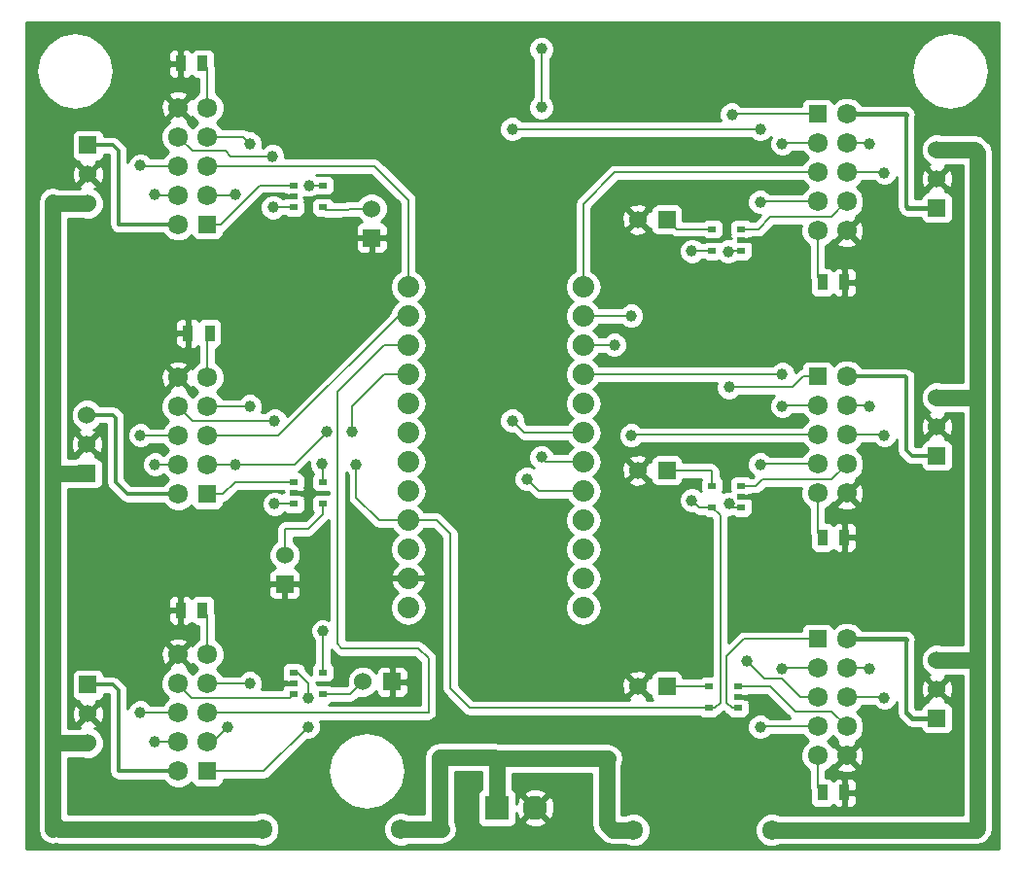
<source format=gbl>
G04 (created by PCBNEW (2013-mar-13)-testing) date jeu. 10 oct. 2013 21:07:33 CEST*
%MOIN*%
G04 Gerber Fmt 3.4, Leading zero omitted, Abs format*
%FSLAX34Y34*%
G01*
G70*
G90*
G04 APERTURE LIST*
%ADD10C,0.005906*%
%ADD11R,0.060000X0.060000*%
%ADD12C,0.067874*%
%ADD13C,0.060000*%
%ADD14O,0.074000X0.074000*%
%ADD15R,0.035000X0.055000*%
%ADD16R,0.030000X0.020000*%
%ADD17R,0.082677X0.082677*%
%ADD18C,0.082677*%
%ADD19C,0.039370*%
%ADD20C,0.055118*%
%ADD21C,0.015748*%
%ADD22C,0.008000*%
%ADD23C,0.013780*%
%ADD24C,0.010000*%
G04 APERTURE END LIST*
G54D10*
G54D11*
X84459Y-15986D03*
G54D12*
X85459Y-15986D03*
X84459Y-16986D03*
X85459Y-16986D03*
X84459Y-17986D03*
X85459Y-17986D03*
X84459Y-18986D03*
X85459Y-18986D03*
X84459Y-19986D03*
X85459Y-19986D03*
G54D11*
X88550Y-36700D03*
G54D13*
X88550Y-35700D03*
X88550Y-34700D03*
G54D11*
X88550Y-27700D03*
G54D13*
X88550Y-26700D03*
X88550Y-25700D03*
G54D11*
X88550Y-19200D03*
G54D13*
X88550Y-18200D03*
X88550Y-17200D03*
G54D11*
X59450Y-35550D03*
G54D13*
X59450Y-36550D03*
X59450Y-37550D03*
G54D11*
X59450Y-17050D03*
G54D13*
X59450Y-18050D03*
X59450Y-19050D03*
G54D11*
X63541Y-38514D03*
G54D12*
X62541Y-38514D03*
X63541Y-37514D03*
X62541Y-37514D03*
X63541Y-36514D03*
X62541Y-36514D03*
X63541Y-35514D03*
X62541Y-35514D03*
X63541Y-34514D03*
X62541Y-34514D03*
G54D11*
X63541Y-29014D03*
G54D12*
X62541Y-29014D03*
X63541Y-28014D03*
X62541Y-28014D03*
X63541Y-27014D03*
X62541Y-27014D03*
X63541Y-26014D03*
X62541Y-26014D03*
X63541Y-25014D03*
X62541Y-25014D03*
G54D11*
X63541Y-19764D03*
G54D12*
X62541Y-19764D03*
X63541Y-18764D03*
X62541Y-18764D03*
X63541Y-17764D03*
X62541Y-17764D03*
X63541Y-16764D03*
X62541Y-16764D03*
X63541Y-15764D03*
X62541Y-15764D03*
G54D11*
X84459Y-24986D03*
G54D12*
X85459Y-24986D03*
X84459Y-25986D03*
X85459Y-25986D03*
X84459Y-26986D03*
X85459Y-26986D03*
X84459Y-27986D03*
X85459Y-27986D03*
X84459Y-28986D03*
X85459Y-28986D03*
G54D11*
X84459Y-33986D03*
G54D12*
X85459Y-33986D03*
X84459Y-34986D03*
X85459Y-34986D03*
X84459Y-35986D03*
X85459Y-35986D03*
X84459Y-36986D03*
X85459Y-36986D03*
X84459Y-37986D03*
X85459Y-37986D03*
G54D14*
X70425Y-32900D03*
X70425Y-31900D03*
X70425Y-30900D03*
X70425Y-29900D03*
X70425Y-28900D03*
X70425Y-27900D03*
X70425Y-26900D03*
X70425Y-25900D03*
X70425Y-24900D03*
X70425Y-23900D03*
X70425Y-22900D03*
X70425Y-21900D03*
X76425Y-21900D03*
X76425Y-22900D03*
X76425Y-23900D03*
X76425Y-24900D03*
X76425Y-25900D03*
X76425Y-26900D03*
X76425Y-27900D03*
X76425Y-28900D03*
X76425Y-29900D03*
X76425Y-30900D03*
X76425Y-31900D03*
X76425Y-32900D03*
G54D15*
X62625Y-33000D03*
X63375Y-33000D03*
X62875Y-23500D03*
X63625Y-23500D03*
X62625Y-14250D03*
X63375Y-14250D03*
X85375Y-21750D03*
X84625Y-21750D03*
X85375Y-30500D03*
X84625Y-30500D03*
X85375Y-39250D03*
X84625Y-39250D03*
G54D16*
X66500Y-35875D03*
X66500Y-35125D03*
X67500Y-35875D03*
X66500Y-35500D03*
X67500Y-35125D03*
X66500Y-29350D03*
X66500Y-28600D03*
X67500Y-29350D03*
X66500Y-28975D03*
X67500Y-28600D03*
X66500Y-19175D03*
X66500Y-18425D03*
X67500Y-19175D03*
X66500Y-18800D03*
X67500Y-18425D03*
X81850Y-19925D03*
X81850Y-20675D03*
X80850Y-19925D03*
X81850Y-20300D03*
X80850Y-20675D03*
X81850Y-28725D03*
X81850Y-29475D03*
X80850Y-28725D03*
X81850Y-29100D03*
X80850Y-29475D03*
X81725Y-35600D03*
X81725Y-36350D03*
X80725Y-35600D03*
X81725Y-35975D03*
X80725Y-36350D03*
G54D17*
X73464Y-39767D03*
G54D18*
X74783Y-39767D03*
G54D11*
X69875Y-35450D03*
G54D13*
X68875Y-35450D03*
G54D11*
X66200Y-32100D03*
G54D13*
X66200Y-31100D03*
G54D11*
X69175Y-20225D03*
G54D13*
X69175Y-19225D03*
G54D11*
X79300Y-19600D03*
G54D13*
X78300Y-19600D03*
G54D11*
X79300Y-28200D03*
G54D13*
X78300Y-28200D03*
G54D11*
X79300Y-35600D03*
G54D13*
X78300Y-35600D03*
G54D11*
X59412Y-28300D03*
G54D13*
X59412Y-27300D03*
X59412Y-26300D03*
G54D12*
X70175Y-40500D03*
X65425Y-40500D03*
X78150Y-40525D03*
X82900Y-40525D03*
G54D19*
X78075Y-22900D03*
X78075Y-27000D03*
X77500Y-23900D03*
X82025Y-34750D03*
X75000Y-13750D03*
X75000Y-15750D03*
X75000Y-27750D03*
X61250Y-17750D03*
X61250Y-27000D03*
X61250Y-36500D03*
X86750Y-18000D03*
X86750Y-27000D03*
X86750Y-36000D03*
X74000Y-16500D03*
X82500Y-16500D03*
X82500Y-19000D03*
X82500Y-28000D03*
X82500Y-37000D03*
X74000Y-26500D03*
X65000Y-17000D03*
X65000Y-26000D03*
X65000Y-35500D03*
X68500Y-26875D03*
X67625Y-26875D03*
X64250Y-37000D03*
X64500Y-28000D03*
X64500Y-18750D03*
X83250Y-24900D03*
X83250Y-35000D03*
X83250Y-26000D03*
X83250Y-17000D03*
X74500Y-28500D03*
X86250Y-35000D03*
X86250Y-17000D03*
X86250Y-26000D03*
X61750Y-18750D03*
X61750Y-28000D03*
X61750Y-37500D03*
X81400Y-20700D03*
X81525Y-16000D03*
X65850Y-26500D03*
X65850Y-29350D03*
X81425Y-29350D03*
X81425Y-25350D03*
X67000Y-36000D03*
X67000Y-37000D03*
X65800Y-19175D03*
X65775Y-17425D03*
X80150Y-20675D03*
X80150Y-29225D03*
X67050Y-18425D03*
X67500Y-33700D03*
X68650Y-28000D03*
X67475Y-27975D03*
G54D20*
X82900Y-40525D02*
X89900Y-40525D01*
X89950Y-40475D02*
X89950Y-34700D01*
X89900Y-40525D02*
X89950Y-40475D01*
X65425Y-40500D02*
X58475Y-40500D01*
X58475Y-40500D02*
X58250Y-40275D01*
X58300Y-28300D02*
X58250Y-28250D01*
X59412Y-28300D02*
X58300Y-28300D01*
X59450Y-37550D02*
X58250Y-37550D01*
X58250Y-37550D02*
X58250Y-37500D01*
X58250Y-37500D02*
X58250Y-40275D01*
X58250Y-40275D02*
X58250Y-40500D01*
X89950Y-25800D02*
X89950Y-17300D01*
X89950Y-17300D02*
X89850Y-17200D01*
X89850Y-17200D02*
X88550Y-17200D01*
X89950Y-34700D02*
X89950Y-25800D01*
X89850Y-25700D02*
X88550Y-25700D01*
G54D21*
X89950Y-25800D02*
X89850Y-25700D01*
G54D20*
X89950Y-34700D02*
X88550Y-34700D01*
X58250Y-28250D02*
X58250Y-19000D01*
X58250Y-19000D02*
X58300Y-19050D01*
X58300Y-19050D02*
X59450Y-19050D01*
X58250Y-37500D02*
X58250Y-28250D01*
G54D21*
X58250Y-28250D02*
X58300Y-28300D01*
X58250Y-37500D02*
X58300Y-37550D01*
G54D22*
X67475Y-36514D02*
X71114Y-36514D01*
X68150Y-34300D02*
X68000Y-34150D01*
X70775Y-34300D02*
X68150Y-34300D01*
X71125Y-34650D02*
X70775Y-34300D01*
X71125Y-36503D02*
X71125Y-34650D01*
X71114Y-36514D02*
X71125Y-36503D01*
X68000Y-34150D02*
X68000Y-25500D01*
X64986Y-36514D02*
X67475Y-36514D01*
X68000Y-25500D02*
X69600Y-23900D01*
X70425Y-23900D02*
X69600Y-23900D01*
X64986Y-36514D02*
X63541Y-36514D01*
X63541Y-27014D02*
X65986Y-27014D01*
X70100Y-22900D02*
X70425Y-22900D01*
X65986Y-27014D02*
X70100Y-22900D01*
X63541Y-17764D02*
X69264Y-17764D01*
X70425Y-18925D02*
X70425Y-21900D01*
X69264Y-17764D02*
X70425Y-18925D01*
X76425Y-21900D02*
X76425Y-19075D01*
X77514Y-17986D02*
X84459Y-17986D01*
X76425Y-19075D02*
X77514Y-17986D01*
X84459Y-26986D02*
X78089Y-26986D01*
X78075Y-22900D02*
X76425Y-22900D01*
X78089Y-26986D02*
X78075Y-27000D01*
X84459Y-35986D02*
X83886Y-35986D01*
X77500Y-23900D02*
X76425Y-23900D01*
X82625Y-35350D02*
X82025Y-34750D01*
X83250Y-35350D02*
X82625Y-35350D01*
X83886Y-35986D02*
X83250Y-35350D01*
X76425Y-27900D02*
X75150Y-27900D01*
X75000Y-15750D02*
X75000Y-13750D01*
X75150Y-27900D02*
X75000Y-27750D01*
X62541Y-17764D02*
X61264Y-17764D01*
X61264Y-17764D02*
X61250Y-17750D01*
X62541Y-36514D02*
X61264Y-36514D01*
X61264Y-27014D02*
X62541Y-27014D01*
X61250Y-27000D02*
X61264Y-27014D01*
X61264Y-36514D02*
X61250Y-36500D01*
X85459Y-17986D02*
X86736Y-17986D01*
X86736Y-17986D02*
X86750Y-18000D01*
X85459Y-35986D02*
X86736Y-35986D01*
X86736Y-26986D02*
X85459Y-26986D01*
X86750Y-27000D02*
X86736Y-26986D01*
X86736Y-35986D02*
X86750Y-36000D01*
X82500Y-16500D02*
X74000Y-16500D01*
X84459Y-18986D02*
X82514Y-18986D01*
X82514Y-18986D02*
X82500Y-19000D01*
X84459Y-36986D02*
X82514Y-36986D01*
X82514Y-27986D02*
X84459Y-27986D01*
X82500Y-28000D02*
X82514Y-27986D01*
X82514Y-36986D02*
X82500Y-37000D01*
X74400Y-26900D02*
X74000Y-26500D01*
X74400Y-26900D02*
X76425Y-26900D01*
X63541Y-16764D02*
X64764Y-16764D01*
X64764Y-16764D02*
X65000Y-17000D01*
X63541Y-35514D02*
X64986Y-35514D01*
X64986Y-26014D02*
X63541Y-26014D01*
X65000Y-26000D02*
X64986Y-26014D01*
X64986Y-35514D02*
X65000Y-35500D01*
X65500Y-28000D02*
X66525Y-28000D01*
X69600Y-24900D02*
X68500Y-26000D01*
X64500Y-28000D02*
X65500Y-28000D01*
X69600Y-24900D02*
X70425Y-24900D01*
X68500Y-26875D02*
X68500Y-26000D01*
X67625Y-26900D02*
X67625Y-26875D01*
X66525Y-28000D02*
X67625Y-26900D01*
X63541Y-37514D02*
X63736Y-37514D01*
X63736Y-37514D02*
X64250Y-37000D01*
X63541Y-18764D02*
X64486Y-18764D01*
X64486Y-28014D02*
X63541Y-28014D01*
X64500Y-28000D02*
X64486Y-28014D01*
X64486Y-18764D02*
X64500Y-18750D01*
X76425Y-24900D02*
X83250Y-24900D01*
X84459Y-34986D02*
X83264Y-34986D01*
X83264Y-34986D02*
X83250Y-35000D01*
X84459Y-16986D02*
X83264Y-16986D01*
X83264Y-25986D02*
X84459Y-25986D01*
X83250Y-26000D02*
X83264Y-25986D01*
X83264Y-16986D02*
X83250Y-17000D01*
X76425Y-28900D02*
X74900Y-28900D01*
X74900Y-28900D02*
X74500Y-28500D01*
X85459Y-34986D02*
X86236Y-34986D01*
X86236Y-34986D02*
X86250Y-35000D01*
X85459Y-16986D02*
X86236Y-16986D01*
X86236Y-16986D02*
X86250Y-17000D01*
X86236Y-25986D02*
X85459Y-25986D01*
X86250Y-26000D02*
X86236Y-25986D01*
X62541Y-18764D02*
X61764Y-18764D01*
X61764Y-18764D02*
X61750Y-18750D01*
X62541Y-37514D02*
X61764Y-37514D01*
X61764Y-28014D02*
X62541Y-28014D01*
X61750Y-28000D02*
X61764Y-28014D01*
X61764Y-37514D02*
X61750Y-37500D01*
X63541Y-34514D02*
X63541Y-33166D01*
X63541Y-33166D02*
X63375Y-33000D01*
X63541Y-33166D02*
X63375Y-33000D01*
X63541Y-25014D02*
X63541Y-23584D01*
X63541Y-23584D02*
X63625Y-23500D01*
X84459Y-15986D02*
X81539Y-15986D01*
X81425Y-20675D02*
X81850Y-20675D01*
X81400Y-20700D02*
X81425Y-20675D01*
X81539Y-15986D02*
X81525Y-16000D01*
G54D23*
X62541Y-29014D02*
X60814Y-29014D01*
X60300Y-26300D02*
X59412Y-26300D01*
X60400Y-26400D02*
X60300Y-26300D01*
X60400Y-28600D02*
X60400Y-26400D01*
X60814Y-29014D02*
X60400Y-28600D01*
G54D22*
X62541Y-26016D02*
X63025Y-26500D01*
X63025Y-26500D02*
X65850Y-26500D01*
X62541Y-26014D02*
X62541Y-26016D01*
X65850Y-29350D02*
X66500Y-29350D01*
G54D23*
X62541Y-38514D02*
X60514Y-38514D01*
X60514Y-38514D02*
X60500Y-38500D01*
X60500Y-38500D02*
X60500Y-35750D01*
X60500Y-35750D02*
X60300Y-35550D01*
X60300Y-35550D02*
X59450Y-35550D01*
G54D22*
X80850Y-19925D02*
X79625Y-19925D01*
X79625Y-19925D02*
X79300Y-19600D01*
X67500Y-35875D02*
X68450Y-35875D01*
X68450Y-35875D02*
X68875Y-35450D01*
X80725Y-35600D02*
X79300Y-35600D01*
G54D23*
X62541Y-19764D02*
X60514Y-19764D01*
X60300Y-17050D02*
X59450Y-17050D01*
X60500Y-17250D02*
X60300Y-17050D01*
X60500Y-19750D02*
X60500Y-17250D01*
X60514Y-19764D02*
X60500Y-19750D01*
G54D22*
X85459Y-36986D02*
X85459Y-36984D01*
X82825Y-35600D02*
X81725Y-35600D01*
X83700Y-36475D02*
X82825Y-35600D01*
X84950Y-36475D02*
X83700Y-36475D01*
X85459Y-36984D02*
X84950Y-36475D01*
X79300Y-28200D02*
X80800Y-28200D01*
X80850Y-28250D02*
X80850Y-28725D01*
X80800Y-28200D02*
X80850Y-28250D01*
X84459Y-24986D02*
X83964Y-24986D01*
X81550Y-29475D02*
X81850Y-29475D01*
X81425Y-29350D02*
X81550Y-29475D01*
X83600Y-25350D02*
X81425Y-25350D01*
X83964Y-24986D02*
X83600Y-25350D01*
G54D21*
X88550Y-19200D02*
X87550Y-19200D01*
X87486Y-15986D02*
X85459Y-15986D01*
X87500Y-16000D02*
X87486Y-15986D01*
G54D23*
X87500Y-19150D02*
X87500Y-16000D01*
G54D21*
X87550Y-19200D02*
X87500Y-19150D01*
G54D22*
X85459Y-18986D02*
X85439Y-18986D01*
X82425Y-19925D02*
X81850Y-19925D01*
X82850Y-19500D02*
X82425Y-19925D01*
X84925Y-19500D02*
X82850Y-19500D01*
X85439Y-18986D02*
X84925Y-19500D01*
X85459Y-27986D02*
X85459Y-27991D01*
X82350Y-28725D02*
X81850Y-28725D01*
X82575Y-28500D02*
X82350Y-28725D01*
X84950Y-28500D02*
X82575Y-28500D01*
X85459Y-27991D02*
X84950Y-28500D01*
G54D23*
X88550Y-27700D02*
X87700Y-27700D01*
X87700Y-27700D02*
X87500Y-27500D01*
X87500Y-27500D02*
X87500Y-25000D01*
X87500Y-25000D02*
X87486Y-24986D01*
X87486Y-24986D02*
X85459Y-24986D01*
G54D22*
X84459Y-28986D02*
X84459Y-30334D01*
X84459Y-30334D02*
X84625Y-30500D01*
X63541Y-15764D02*
X63541Y-14416D01*
X63541Y-14416D02*
X63375Y-14250D01*
X69175Y-19225D02*
X67600Y-19275D01*
X67600Y-19275D02*
X67500Y-19175D01*
X67500Y-29350D02*
X67500Y-29700D01*
X66200Y-30200D02*
X66200Y-31100D01*
X67000Y-30200D02*
X66200Y-30200D01*
X67500Y-29700D02*
X67000Y-30200D01*
X63541Y-38514D02*
X65486Y-38514D01*
X66625Y-35125D02*
X66500Y-35125D01*
X67000Y-35500D02*
X66625Y-35125D01*
X67000Y-36000D02*
X67000Y-35500D01*
X65486Y-38514D02*
X67000Y-37000D01*
X62541Y-35514D02*
X62541Y-35541D01*
X66375Y-36000D02*
X66500Y-35875D01*
X63000Y-36000D02*
X66375Y-36000D01*
X62541Y-35541D02*
X63000Y-36000D01*
X63541Y-29014D02*
X64086Y-29014D01*
X64500Y-28600D02*
X66500Y-28600D01*
X64086Y-29014D02*
X64500Y-28600D01*
X84459Y-37986D02*
X84459Y-39084D01*
X84459Y-39084D02*
X84625Y-39250D01*
X62541Y-16764D02*
X62541Y-16766D01*
X65800Y-19175D02*
X66500Y-19175D01*
X64350Y-17425D02*
X65775Y-17425D01*
X64175Y-17250D02*
X64350Y-17425D01*
X63025Y-17250D02*
X64175Y-17250D01*
X62541Y-16766D02*
X63025Y-17250D01*
X63541Y-19764D02*
X64011Y-19764D01*
X65350Y-18425D02*
X66500Y-18425D01*
X64011Y-19764D02*
X65350Y-18425D01*
X81725Y-36350D02*
X81525Y-36350D01*
X81939Y-33986D02*
X84459Y-33986D01*
X81350Y-34575D02*
X81939Y-33986D01*
X81350Y-36175D02*
X81350Y-34575D01*
X81525Y-36350D02*
X81350Y-36175D01*
G54D21*
X88550Y-36700D02*
X87700Y-36700D01*
X87486Y-33986D02*
X85459Y-33986D01*
X87500Y-34000D02*
X87486Y-33986D01*
G54D23*
X87500Y-36500D02*
X87500Y-34000D01*
G54D21*
X87700Y-36700D02*
X87500Y-36500D01*
G54D20*
X73464Y-39767D02*
X73464Y-38114D01*
X73464Y-38114D02*
X73504Y-38075D01*
X77450Y-40525D02*
X78150Y-40525D01*
X77225Y-40300D02*
X77450Y-40525D01*
X77225Y-38125D02*
X77225Y-40300D01*
X77275Y-38075D02*
X77225Y-38125D01*
X73504Y-38075D02*
X77275Y-38075D01*
X70175Y-40500D02*
X71575Y-40500D01*
X73375Y-38025D02*
X73464Y-38114D01*
X71525Y-38025D02*
X73375Y-38025D01*
X71500Y-38050D02*
X71525Y-38025D01*
X71500Y-40425D02*
X71500Y-38050D01*
X71575Y-40500D02*
X71500Y-40425D01*
G54D22*
X84459Y-19986D02*
X84459Y-21584D01*
X84459Y-21584D02*
X84625Y-21750D01*
X70425Y-29900D02*
X71400Y-29900D01*
X71400Y-29900D02*
X71875Y-30375D01*
X71875Y-30375D02*
X71875Y-35675D01*
X71875Y-35675D02*
X72550Y-36350D01*
X72550Y-36350D02*
X80725Y-36350D01*
X80850Y-29475D02*
X80400Y-29475D01*
X80150Y-20675D02*
X80850Y-20675D01*
X80400Y-29475D02*
X80150Y-29225D01*
X80725Y-36350D02*
X80950Y-36350D01*
X81125Y-29750D02*
X80850Y-29475D01*
X81125Y-36175D02*
X81125Y-29750D01*
X80950Y-36350D02*
X81125Y-36175D01*
X67050Y-18425D02*
X67500Y-18425D01*
X67500Y-35125D02*
X67500Y-33700D01*
X67500Y-28600D02*
X67500Y-28000D01*
X69425Y-29900D02*
X70425Y-29900D01*
X68650Y-28000D02*
X68650Y-29125D01*
X68650Y-29125D02*
X69425Y-29900D01*
X67500Y-28000D02*
X67475Y-27975D01*
G54D10*
G36*
X70835Y-36224D02*
X70425Y-36224D01*
X70425Y-35799D01*
X70425Y-35700D01*
X70425Y-35562D01*
X70425Y-35337D01*
X70425Y-35199D01*
X70425Y-35100D01*
X70386Y-35008D01*
X70316Y-34938D01*
X70224Y-34900D01*
X69987Y-34900D01*
X69925Y-34962D01*
X69925Y-35400D01*
X70362Y-35400D01*
X70425Y-35337D01*
X70425Y-35562D01*
X70362Y-35500D01*
X69925Y-35500D01*
X69925Y-35937D01*
X69987Y-36000D01*
X70224Y-36000D01*
X70316Y-35961D01*
X70386Y-35891D01*
X70425Y-35799D01*
X70425Y-36224D01*
X67702Y-36224D01*
X67791Y-36186D01*
X67813Y-36165D01*
X68450Y-36165D01*
X68560Y-36142D01*
X68655Y-36080D01*
X68743Y-35991D01*
X68765Y-35999D01*
X68983Y-36000D01*
X69186Y-35916D01*
X69325Y-35777D01*
X69325Y-35799D01*
X69363Y-35891D01*
X69433Y-35961D01*
X69525Y-36000D01*
X69762Y-36000D01*
X69825Y-35937D01*
X69825Y-35500D01*
X69817Y-35500D01*
X69817Y-35400D01*
X69825Y-35400D01*
X69825Y-34962D01*
X69762Y-34900D01*
X69525Y-34900D01*
X69433Y-34938D01*
X69363Y-35008D01*
X69325Y-35100D01*
X69325Y-35122D01*
X69186Y-34984D01*
X68984Y-34900D01*
X68766Y-34899D01*
X68563Y-34983D01*
X68409Y-35138D01*
X68325Y-35340D01*
X68324Y-35558D01*
X68333Y-35580D01*
X68329Y-35585D01*
X67813Y-35585D01*
X67791Y-35563D01*
X67699Y-35525D01*
X67600Y-35525D01*
X67300Y-35525D01*
X67290Y-35529D01*
X67290Y-35500D01*
X67283Y-35468D01*
X67300Y-35475D01*
X67399Y-35475D01*
X67699Y-35475D01*
X67791Y-35436D01*
X67861Y-35366D01*
X67900Y-35274D01*
X67900Y-35175D01*
X67900Y-34975D01*
X67861Y-34883D01*
X67791Y-34813D01*
X67790Y-34812D01*
X67790Y-34347D01*
X67794Y-34355D01*
X67944Y-34505D01*
X68039Y-34567D01*
X68150Y-34590D01*
X70654Y-34590D01*
X70835Y-34770D01*
X70835Y-36224D01*
X70835Y-36224D01*
G37*
G54D24*
X70835Y-36224D02*
X70425Y-36224D01*
X70425Y-35799D01*
X70425Y-35700D01*
X70425Y-35562D01*
X70425Y-35337D01*
X70425Y-35199D01*
X70425Y-35100D01*
X70386Y-35008D01*
X70316Y-34938D01*
X70224Y-34900D01*
X69987Y-34900D01*
X69925Y-34962D01*
X69925Y-35400D01*
X70362Y-35400D01*
X70425Y-35337D01*
X70425Y-35562D01*
X70362Y-35500D01*
X69925Y-35500D01*
X69925Y-35937D01*
X69987Y-36000D01*
X70224Y-36000D01*
X70316Y-35961D01*
X70386Y-35891D01*
X70425Y-35799D01*
X70425Y-36224D01*
X67702Y-36224D01*
X67791Y-36186D01*
X67813Y-36165D01*
X68450Y-36165D01*
X68560Y-36142D01*
X68655Y-36080D01*
X68743Y-35991D01*
X68765Y-35999D01*
X68983Y-36000D01*
X69186Y-35916D01*
X69325Y-35777D01*
X69325Y-35799D01*
X69363Y-35891D01*
X69433Y-35961D01*
X69525Y-36000D01*
X69762Y-36000D01*
X69825Y-35937D01*
X69825Y-35500D01*
X69817Y-35500D01*
X69817Y-35400D01*
X69825Y-35400D01*
X69825Y-34962D01*
X69762Y-34900D01*
X69525Y-34900D01*
X69433Y-34938D01*
X69363Y-35008D01*
X69325Y-35100D01*
X69325Y-35122D01*
X69186Y-34984D01*
X68984Y-34900D01*
X68766Y-34899D01*
X68563Y-34983D01*
X68409Y-35138D01*
X68325Y-35340D01*
X68324Y-35558D01*
X68333Y-35580D01*
X68329Y-35585D01*
X67813Y-35585D01*
X67791Y-35563D01*
X67699Y-35525D01*
X67600Y-35525D01*
X67300Y-35525D01*
X67290Y-35529D01*
X67290Y-35500D01*
X67283Y-35468D01*
X67300Y-35475D01*
X67399Y-35475D01*
X67699Y-35475D01*
X67791Y-35436D01*
X67861Y-35366D01*
X67900Y-35274D01*
X67900Y-35175D01*
X67900Y-34975D01*
X67861Y-34883D01*
X67791Y-34813D01*
X67790Y-34812D01*
X67790Y-34347D01*
X67794Y-34355D01*
X67944Y-34505D01*
X68039Y-34567D01*
X68150Y-34590D01*
X70654Y-34590D01*
X70835Y-34770D01*
X70835Y-36224D01*
G54D10*
G36*
X90675Y-41175D02*
X90475Y-41175D01*
X90475Y-40475D01*
X90475Y-40474D01*
X90475Y-34700D01*
X90475Y-25800D01*
X90475Y-17300D01*
X90435Y-17098D01*
X90435Y-17098D01*
X90389Y-17030D01*
X90325Y-16933D01*
X90325Y-14500D01*
X90224Y-13992D01*
X89936Y-13563D01*
X89507Y-13275D01*
X89000Y-13175D01*
X88492Y-13275D01*
X88063Y-13563D01*
X87775Y-13992D01*
X87675Y-14500D01*
X87775Y-15007D01*
X88063Y-15436D01*
X88492Y-15724D01*
X89000Y-15825D01*
X89507Y-15724D01*
X89936Y-15436D01*
X90224Y-15007D01*
X90325Y-14500D01*
X90325Y-16933D01*
X90321Y-16928D01*
X90321Y-16928D01*
X90221Y-16828D01*
X90051Y-16714D01*
X89850Y-16674D01*
X89849Y-16674D01*
X88718Y-16674D01*
X88659Y-16650D01*
X88441Y-16649D01*
X88238Y-16733D01*
X88084Y-16888D01*
X88000Y-17090D01*
X87999Y-17308D01*
X88083Y-17511D01*
X88238Y-17665D01*
X88313Y-17697D01*
X88262Y-17718D01*
X88234Y-17814D01*
X88550Y-18129D01*
X88865Y-17814D01*
X88839Y-17725D01*
X89424Y-17725D01*
X89424Y-25174D01*
X89104Y-25174D01*
X89104Y-18281D01*
X89093Y-18063D01*
X89031Y-17912D01*
X88935Y-17884D01*
X88620Y-18200D01*
X88935Y-18515D01*
X89031Y-18487D01*
X89104Y-18281D01*
X89104Y-25174D01*
X88718Y-25174D01*
X88659Y-25150D01*
X88441Y-25149D01*
X88238Y-25233D01*
X88084Y-25388D01*
X88000Y-25590D01*
X87999Y-25808D01*
X88083Y-26011D01*
X88238Y-26165D01*
X88313Y-26197D01*
X88262Y-26218D01*
X88234Y-26314D01*
X88550Y-26629D01*
X88865Y-26314D01*
X88839Y-26225D01*
X89424Y-26225D01*
X89424Y-34174D01*
X89104Y-34174D01*
X89104Y-26781D01*
X89093Y-26563D01*
X89031Y-26412D01*
X88935Y-26384D01*
X88620Y-26700D01*
X88935Y-27015D01*
X89031Y-26987D01*
X89104Y-26781D01*
X89104Y-34174D01*
X88718Y-34174D01*
X88659Y-34150D01*
X88441Y-34149D01*
X88238Y-34233D01*
X88084Y-34388D01*
X88000Y-34590D01*
X87999Y-34808D01*
X88083Y-35011D01*
X88238Y-35165D01*
X88313Y-35197D01*
X88262Y-35218D01*
X88234Y-35314D01*
X88550Y-35629D01*
X88865Y-35314D01*
X88839Y-35225D01*
X89424Y-35225D01*
X89424Y-39999D01*
X89104Y-39999D01*
X89104Y-35781D01*
X89093Y-35563D01*
X89031Y-35412D01*
X88935Y-35384D01*
X88620Y-35700D01*
X88935Y-36015D01*
X89031Y-35987D01*
X89104Y-35781D01*
X89104Y-39999D01*
X89100Y-39999D01*
X89100Y-37049D01*
X89100Y-36950D01*
X89100Y-36350D01*
X89061Y-36258D01*
X88991Y-36188D01*
X88899Y-36150D01*
X88846Y-36150D01*
X88865Y-36085D01*
X88550Y-35770D01*
X88479Y-35841D01*
X88479Y-35700D01*
X88164Y-35384D01*
X88068Y-35412D01*
X87995Y-35618D01*
X88006Y-35836D01*
X88068Y-35987D01*
X88164Y-36015D01*
X88479Y-35700D01*
X88479Y-35841D01*
X88234Y-36085D01*
X88253Y-36150D01*
X88200Y-36150D01*
X88108Y-36188D01*
X88038Y-36258D01*
X88000Y-36350D01*
X88000Y-36371D01*
X87836Y-36371D01*
X87818Y-36353D01*
X87818Y-34049D01*
X87828Y-34000D01*
X87803Y-33874D01*
X87732Y-33767D01*
X87718Y-33753D01*
X87611Y-33682D01*
X87486Y-33657D01*
X86052Y-33657D01*
X86052Y-29077D01*
X86042Y-28842D01*
X85972Y-28674D01*
X85873Y-28642D01*
X85529Y-28986D01*
X85873Y-29329D01*
X85972Y-29297D01*
X86052Y-29077D01*
X86052Y-33657D01*
X85960Y-33657D01*
X85958Y-33652D01*
X85802Y-33496D01*
X85802Y-29400D01*
X85459Y-29056D01*
X85115Y-29400D01*
X85147Y-29499D01*
X85367Y-29579D01*
X85602Y-29569D01*
X85770Y-29499D01*
X85802Y-29400D01*
X85802Y-33496D01*
X85800Y-33493D01*
X85800Y-30824D01*
X85800Y-30725D01*
X85800Y-30612D01*
X85800Y-30387D01*
X85800Y-30274D01*
X85800Y-30175D01*
X85761Y-30083D01*
X85691Y-30013D01*
X85599Y-29975D01*
X85487Y-29975D01*
X85425Y-30037D01*
X85425Y-30450D01*
X85737Y-30450D01*
X85800Y-30387D01*
X85800Y-30612D01*
X85737Y-30550D01*
X85425Y-30550D01*
X85425Y-30962D01*
X85487Y-31025D01*
X85599Y-31025D01*
X85691Y-30986D01*
X85761Y-30916D01*
X85800Y-30824D01*
X85800Y-33493D01*
X85793Y-33486D01*
X85576Y-33396D01*
X85342Y-33396D01*
X85125Y-33486D01*
X84999Y-33612D01*
X84970Y-33544D01*
X84900Y-33474D01*
X84808Y-33436D01*
X84709Y-33436D01*
X84109Y-33436D01*
X84017Y-33474D01*
X83947Y-33544D01*
X83909Y-33636D01*
X83909Y-33696D01*
X81939Y-33696D01*
X81828Y-33718D01*
X81733Y-33780D01*
X81415Y-34099D01*
X81415Y-29796D01*
X81513Y-29796D01*
X81552Y-29780D01*
X81558Y-29786D01*
X81650Y-29825D01*
X81749Y-29825D01*
X82049Y-29825D01*
X82141Y-29786D01*
X82211Y-29716D01*
X82250Y-29624D01*
X82250Y-29525D01*
X82250Y-29325D01*
X82234Y-29287D01*
X82250Y-29249D01*
X82250Y-29212D01*
X82187Y-29150D01*
X82110Y-29150D01*
X82049Y-29125D01*
X81950Y-29125D01*
X81815Y-29125D01*
X81804Y-29097D01*
X81792Y-29085D01*
X81792Y-29075D01*
X82049Y-29075D01*
X82110Y-29050D01*
X82187Y-29050D01*
X82222Y-29015D01*
X82350Y-29015D01*
X82460Y-28992D01*
X82555Y-28930D01*
X82695Y-28790D01*
X83902Y-28790D01*
X83869Y-28868D01*
X83869Y-29102D01*
X83959Y-29319D01*
X84124Y-29485D01*
X84169Y-29503D01*
X84169Y-30334D01*
X84191Y-30444D01*
X84200Y-30458D01*
X84200Y-30824D01*
X84238Y-30916D01*
X84308Y-30986D01*
X84400Y-31025D01*
X84499Y-31025D01*
X84849Y-31025D01*
X84941Y-30986D01*
X85000Y-30928D01*
X85058Y-30986D01*
X85150Y-31025D01*
X85262Y-31025D01*
X85325Y-30962D01*
X85325Y-30550D01*
X85317Y-30550D01*
X85317Y-30450D01*
X85325Y-30450D01*
X85325Y-30037D01*
X85262Y-29975D01*
X85150Y-29975D01*
X85058Y-30013D01*
X84999Y-30071D01*
X84941Y-30013D01*
X84849Y-29975D01*
X84750Y-29975D01*
X84749Y-29975D01*
X84749Y-29503D01*
X84792Y-29485D01*
X84958Y-29320D01*
X84965Y-29303D01*
X85044Y-29329D01*
X85388Y-28986D01*
X85382Y-28980D01*
X85453Y-28909D01*
X85459Y-28915D01*
X85802Y-28571D01*
X85777Y-28492D01*
X85792Y-28485D01*
X85958Y-28320D01*
X86048Y-28103D01*
X86048Y-27869D01*
X85958Y-27652D01*
X85793Y-27486D01*
X85791Y-27486D01*
X85792Y-27485D01*
X85958Y-27320D01*
X85976Y-27276D01*
X86394Y-27276D01*
X86496Y-27378D01*
X86660Y-27446D01*
X86838Y-27446D01*
X87002Y-27379D01*
X87128Y-27253D01*
X87181Y-27127D01*
X87181Y-27500D01*
X87205Y-27622D01*
X87274Y-27725D01*
X87474Y-27925D01*
X87474Y-27925D01*
X87526Y-27960D01*
X87577Y-27994D01*
X87577Y-27994D01*
X87700Y-28018D01*
X88000Y-28018D01*
X88000Y-28049D01*
X88038Y-28141D01*
X88108Y-28211D01*
X88200Y-28250D01*
X88299Y-28250D01*
X88899Y-28250D01*
X88991Y-28211D01*
X89061Y-28141D01*
X89100Y-28049D01*
X89100Y-27950D01*
X89100Y-27350D01*
X89061Y-27258D01*
X88991Y-27188D01*
X88899Y-27150D01*
X88846Y-27150D01*
X88865Y-27085D01*
X88550Y-26770D01*
X88479Y-26841D01*
X88479Y-26700D01*
X88164Y-26384D01*
X88068Y-26412D01*
X87995Y-26618D01*
X88006Y-26836D01*
X88068Y-26987D01*
X88164Y-27015D01*
X88479Y-26700D01*
X88479Y-26841D01*
X88234Y-27085D01*
X88253Y-27150D01*
X88200Y-27150D01*
X88108Y-27188D01*
X88038Y-27258D01*
X88000Y-27350D01*
X88000Y-27381D01*
X87832Y-27381D01*
X87818Y-27367D01*
X87818Y-25000D01*
X87794Y-24877D01*
X87794Y-24877D01*
X87760Y-24826D01*
X87725Y-24774D01*
X87725Y-24774D01*
X87711Y-24760D01*
X87608Y-24691D01*
X87486Y-24667D01*
X86052Y-24667D01*
X86052Y-20077D01*
X86042Y-19842D01*
X85972Y-19674D01*
X85873Y-19642D01*
X85529Y-19986D01*
X85873Y-20329D01*
X85972Y-20297D01*
X86052Y-20077D01*
X86052Y-24667D01*
X85964Y-24667D01*
X85958Y-24652D01*
X85802Y-24496D01*
X85802Y-20400D01*
X85459Y-20056D01*
X85115Y-20400D01*
X85147Y-20499D01*
X85367Y-20579D01*
X85602Y-20569D01*
X85770Y-20499D01*
X85802Y-20400D01*
X85802Y-24496D01*
X85800Y-24493D01*
X85800Y-22074D01*
X85800Y-21975D01*
X85800Y-21862D01*
X85800Y-21637D01*
X85800Y-21524D01*
X85800Y-21425D01*
X85761Y-21333D01*
X85691Y-21263D01*
X85599Y-21225D01*
X85487Y-21225D01*
X85425Y-21287D01*
X85425Y-21700D01*
X85737Y-21700D01*
X85800Y-21637D01*
X85800Y-21862D01*
X85737Y-21800D01*
X85425Y-21800D01*
X85425Y-22212D01*
X85487Y-22275D01*
X85599Y-22275D01*
X85691Y-22236D01*
X85761Y-22166D01*
X85800Y-22074D01*
X85800Y-24493D01*
X85793Y-24486D01*
X85576Y-24396D01*
X85342Y-24396D01*
X85125Y-24486D01*
X84999Y-24612D01*
X84970Y-24544D01*
X84900Y-24474D01*
X84808Y-24436D01*
X84709Y-24436D01*
X84109Y-24436D01*
X84017Y-24474D01*
X83947Y-24544D01*
X83909Y-24636D01*
X83909Y-24706D01*
X83853Y-24718D01*
X83758Y-24780D01*
X83696Y-24842D01*
X83696Y-24811D01*
X83629Y-24647D01*
X83503Y-24521D01*
X83339Y-24453D01*
X83161Y-24453D01*
X82997Y-24520D01*
X82908Y-24610D01*
X82250Y-24610D01*
X78615Y-24610D01*
X78615Y-19985D01*
X78300Y-19670D01*
X78229Y-19741D01*
X78229Y-19600D01*
X77914Y-19284D01*
X77818Y-19312D01*
X77745Y-19518D01*
X77756Y-19736D01*
X77818Y-19887D01*
X77914Y-19915D01*
X78229Y-19600D01*
X78229Y-19741D01*
X77984Y-19985D01*
X78012Y-20081D01*
X78218Y-20154D01*
X78436Y-20143D01*
X78587Y-20081D01*
X78615Y-19985D01*
X78615Y-24610D01*
X76974Y-24610D01*
X76875Y-24461D01*
X76783Y-24399D01*
X76875Y-24338D01*
X76974Y-24190D01*
X77158Y-24190D01*
X77246Y-24278D01*
X77410Y-24346D01*
X77588Y-24346D01*
X77752Y-24279D01*
X77878Y-24153D01*
X77946Y-23989D01*
X77946Y-23811D01*
X77879Y-23647D01*
X77753Y-23521D01*
X77589Y-23453D01*
X77411Y-23453D01*
X77247Y-23520D01*
X77158Y-23610D01*
X76974Y-23610D01*
X76875Y-23461D01*
X76783Y-23399D01*
X76875Y-23338D01*
X76974Y-23190D01*
X77733Y-23190D01*
X77821Y-23278D01*
X77985Y-23346D01*
X78163Y-23346D01*
X78327Y-23279D01*
X78453Y-23153D01*
X78521Y-22989D01*
X78521Y-22811D01*
X78454Y-22647D01*
X78328Y-22521D01*
X78164Y-22453D01*
X77986Y-22453D01*
X77822Y-22520D01*
X77733Y-22610D01*
X76974Y-22610D01*
X76875Y-22461D01*
X76783Y-22399D01*
X76875Y-22338D01*
X77009Y-22137D01*
X77057Y-21900D01*
X77009Y-21662D01*
X76875Y-21461D01*
X76715Y-21354D01*
X76715Y-19195D01*
X77634Y-18276D01*
X83941Y-18276D01*
X83959Y-18319D01*
X84124Y-18485D01*
X84126Y-18485D01*
X84125Y-18486D01*
X83959Y-18651D01*
X83941Y-18696D01*
X82827Y-18696D01*
X82753Y-18621D01*
X82589Y-18553D01*
X82411Y-18553D01*
X82247Y-18620D01*
X82121Y-18746D01*
X82053Y-18910D01*
X82053Y-19088D01*
X82120Y-19252D01*
X82246Y-19378D01*
X82410Y-19446D01*
X82493Y-19446D01*
X82304Y-19635D01*
X82163Y-19635D01*
X82141Y-19613D01*
X82049Y-19575D01*
X81950Y-19575D01*
X81650Y-19575D01*
X81558Y-19613D01*
X81488Y-19683D01*
X81450Y-19775D01*
X81450Y-19874D01*
X81450Y-20074D01*
X81465Y-20112D01*
X81450Y-20150D01*
X81450Y-20187D01*
X81512Y-20249D01*
X81450Y-20249D01*
X81450Y-20253D01*
X81311Y-20253D01*
X81250Y-20278D01*
X81250Y-20074D01*
X81250Y-19975D01*
X81250Y-19775D01*
X81211Y-19683D01*
X81141Y-19613D01*
X81049Y-19575D01*
X80950Y-19575D01*
X80650Y-19575D01*
X80558Y-19613D01*
X80536Y-19635D01*
X79850Y-19635D01*
X79850Y-19250D01*
X79811Y-19158D01*
X79741Y-19088D01*
X79649Y-19050D01*
X79550Y-19050D01*
X78950Y-19050D01*
X78858Y-19088D01*
X78788Y-19158D01*
X78750Y-19250D01*
X78750Y-19303D01*
X78685Y-19284D01*
X78615Y-19355D01*
X78615Y-19214D01*
X78587Y-19118D01*
X78381Y-19045D01*
X78163Y-19056D01*
X78012Y-19118D01*
X77984Y-19214D01*
X78300Y-19529D01*
X78615Y-19214D01*
X78615Y-19355D01*
X78370Y-19600D01*
X78685Y-19915D01*
X78750Y-19896D01*
X78750Y-19949D01*
X78788Y-20041D01*
X78858Y-20111D01*
X78950Y-20150D01*
X79049Y-20150D01*
X79449Y-20150D01*
X79514Y-20192D01*
X79625Y-20215D01*
X80536Y-20215D01*
X80558Y-20236D01*
X80650Y-20275D01*
X80749Y-20275D01*
X81049Y-20275D01*
X81141Y-20236D01*
X81211Y-20166D01*
X81250Y-20074D01*
X81250Y-20278D01*
X81147Y-20320D01*
X81115Y-20352D01*
X81049Y-20325D01*
X80950Y-20325D01*
X80650Y-20325D01*
X80558Y-20363D01*
X80536Y-20385D01*
X80491Y-20385D01*
X80403Y-20296D01*
X80239Y-20228D01*
X80061Y-20228D01*
X79897Y-20295D01*
X79771Y-20421D01*
X79703Y-20585D01*
X79703Y-20763D01*
X79770Y-20927D01*
X79896Y-21053D01*
X80060Y-21121D01*
X80238Y-21121D01*
X80402Y-21054D01*
X80491Y-20965D01*
X80536Y-20965D01*
X80558Y-20986D01*
X80650Y-21025D01*
X80749Y-21025D01*
X81049Y-21025D01*
X81080Y-21012D01*
X81146Y-21078D01*
X81310Y-21146D01*
X81488Y-21146D01*
X81652Y-21079D01*
X81706Y-21025D01*
X81749Y-21025D01*
X82049Y-21025D01*
X82141Y-20986D01*
X82211Y-20916D01*
X82250Y-20824D01*
X82250Y-20725D01*
X82250Y-20525D01*
X82234Y-20487D01*
X82250Y-20449D01*
X82250Y-20412D01*
X82187Y-20350D01*
X82110Y-20350D01*
X82049Y-20325D01*
X81950Y-20325D01*
X81792Y-20325D01*
X81792Y-20275D01*
X82049Y-20275D01*
X82110Y-20250D01*
X82187Y-20250D01*
X82222Y-20215D01*
X82425Y-20215D01*
X82535Y-20192D01*
X82630Y-20130D01*
X82970Y-19790D01*
X83902Y-19790D01*
X83869Y-19868D01*
X83869Y-20102D01*
X83959Y-20319D01*
X84124Y-20485D01*
X84169Y-20503D01*
X84169Y-21584D01*
X84191Y-21694D01*
X84200Y-21708D01*
X84200Y-22074D01*
X84238Y-22166D01*
X84308Y-22236D01*
X84400Y-22275D01*
X84499Y-22275D01*
X84849Y-22275D01*
X84941Y-22236D01*
X85000Y-22178D01*
X85058Y-22236D01*
X85150Y-22275D01*
X85262Y-22275D01*
X85325Y-22212D01*
X85325Y-21800D01*
X85317Y-21800D01*
X85317Y-21700D01*
X85325Y-21700D01*
X85325Y-21287D01*
X85262Y-21225D01*
X85150Y-21225D01*
X85058Y-21263D01*
X84999Y-21321D01*
X84941Y-21263D01*
X84849Y-21225D01*
X84750Y-21225D01*
X84749Y-21225D01*
X84749Y-20503D01*
X84792Y-20485D01*
X84958Y-20320D01*
X84965Y-20303D01*
X85044Y-20329D01*
X85388Y-19986D01*
X85382Y-19980D01*
X85453Y-19909D01*
X85459Y-19915D01*
X85802Y-19571D01*
X85777Y-19492D01*
X85792Y-19485D01*
X85958Y-19320D01*
X86048Y-19103D01*
X86048Y-18869D01*
X85958Y-18652D01*
X85793Y-18486D01*
X85791Y-18486D01*
X85792Y-18485D01*
X85958Y-18320D01*
X85976Y-18276D01*
X86394Y-18276D01*
X86496Y-18378D01*
X86660Y-18446D01*
X86838Y-18446D01*
X87002Y-18379D01*
X87128Y-18253D01*
X87181Y-18127D01*
X87181Y-19100D01*
X87171Y-19150D01*
X87196Y-19275D01*
X87267Y-19382D01*
X87317Y-19432D01*
X87424Y-19503D01*
X87424Y-19503D01*
X87550Y-19528D01*
X88000Y-19528D01*
X88000Y-19549D01*
X88038Y-19641D01*
X88108Y-19711D01*
X88200Y-19750D01*
X88299Y-19750D01*
X88899Y-19750D01*
X88991Y-19711D01*
X89061Y-19641D01*
X89100Y-19549D01*
X89100Y-19450D01*
X89100Y-18850D01*
X89061Y-18758D01*
X88991Y-18688D01*
X88899Y-18650D01*
X88846Y-18650D01*
X88865Y-18585D01*
X88550Y-18270D01*
X88479Y-18341D01*
X88479Y-18200D01*
X88164Y-17884D01*
X88068Y-17912D01*
X87995Y-18118D01*
X88006Y-18336D01*
X88068Y-18487D01*
X88164Y-18515D01*
X88479Y-18200D01*
X88479Y-18341D01*
X88234Y-18585D01*
X88253Y-18650D01*
X88200Y-18650D01*
X88108Y-18688D01*
X88038Y-18758D01*
X88000Y-18850D01*
X88000Y-18871D01*
X87818Y-18871D01*
X87818Y-16049D01*
X87828Y-16000D01*
X87803Y-15874D01*
X87732Y-15767D01*
X87718Y-15753D01*
X87611Y-15682D01*
X87486Y-15657D01*
X85960Y-15657D01*
X85958Y-15652D01*
X85793Y-15486D01*
X85576Y-15396D01*
X85342Y-15396D01*
X85125Y-15486D01*
X84999Y-15612D01*
X84970Y-15544D01*
X84900Y-15474D01*
X84808Y-15436D01*
X84709Y-15436D01*
X84109Y-15436D01*
X84017Y-15474D01*
X83947Y-15544D01*
X83909Y-15636D01*
X83909Y-15696D01*
X81852Y-15696D01*
X81778Y-15621D01*
X81614Y-15553D01*
X81436Y-15553D01*
X81272Y-15620D01*
X81146Y-15746D01*
X81078Y-15910D01*
X81078Y-16088D01*
X81128Y-16210D01*
X75446Y-16210D01*
X75446Y-15661D01*
X75379Y-15497D01*
X75290Y-15408D01*
X75290Y-14091D01*
X75378Y-14003D01*
X75446Y-13839D01*
X75446Y-13661D01*
X75379Y-13497D01*
X75253Y-13371D01*
X75089Y-13303D01*
X74911Y-13303D01*
X74747Y-13370D01*
X74621Y-13496D01*
X74553Y-13660D01*
X74553Y-13838D01*
X74620Y-14002D01*
X74710Y-14091D01*
X74710Y-15408D01*
X74621Y-15496D01*
X74553Y-15660D01*
X74553Y-15838D01*
X74620Y-16002D01*
X74746Y-16128D01*
X74910Y-16196D01*
X75088Y-16196D01*
X75252Y-16129D01*
X75378Y-16003D01*
X75446Y-15839D01*
X75446Y-15661D01*
X75446Y-16210D01*
X74341Y-16210D01*
X74253Y-16121D01*
X74089Y-16053D01*
X73911Y-16053D01*
X73747Y-16120D01*
X73621Y-16246D01*
X73553Y-16410D01*
X73553Y-16588D01*
X73620Y-16752D01*
X73746Y-16878D01*
X73910Y-16946D01*
X74088Y-16946D01*
X74252Y-16879D01*
X74341Y-16790D01*
X82158Y-16790D01*
X82246Y-16878D01*
X82410Y-16946D01*
X82588Y-16946D01*
X82752Y-16879D01*
X82861Y-16770D01*
X82803Y-16910D01*
X82803Y-17088D01*
X82870Y-17252D01*
X82996Y-17378D01*
X83160Y-17446D01*
X83338Y-17446D01*
X83502Y-17379D01*
X83606Y-17276D01*
X83941Y-17276D01*
X83959Y-17319D01*
X84124Y-17485D01*
X84126Y-17485D01*
X84125Y-17486D01*
X83959Y-17651D01*
X83941Y-17696D01*
X77514Y-17696D01*
X77514Y-17695D01*
X77421Y-17714D01*
X77403Y-17718D01*
X77308Y-17780D01*
X76219Y-18869D01*
X76157Y-18964D01*
X76135Y-19075D01*
X76135Y-21354D01*
X75974Y-21461D01*
X75840Y-21662D01*
X75792Y-21900D01*
X75840Y-22137D01*
X75974Y-22338D01*
X76066Y-22400D01*
X75974Y-22461D01*
X75840Y-22662D01*
X75792Y-22900D01*
X75840Y-23137D01*
X75974Y-23338D01*
X76066Y-23400D01*
X75974Y-23461D01*
X75840Y-23662D01*
X75792Y-23900D01*
X75840Y-24137D01*
X75974Y-24338D01*
X76066Y-24400D01*
X75974Y-24461D01*
X75840Y-24662D01*
X75792Y-24900D01*
X75840Y-25137D01*
X75974Y-25338D01*
X76066Y-25400D01*
X75974Y-25461D01*
X75840Y-25662D01*
X75792Y-25900D01*
X75840Y-26137D01*
X75974Y-26338D01*
X76066Y-26400D01*
X75974Y-26461D01*
X75875Y-26610D01*
X74520Y-26610D01*
X74446Y-26536D01*
X74446Y-26411D01*
X74379Y-26247D01*
X74253Y-26121D01*
X74089Y-26053D01*
X73911Y-26053D01*
X73747Y-26120D01*
X73621Y-26246D01*
X73553Y-26410D01*
X73553Y-26588D01*
X73620Y-26752D01*
X73746Y-26878D01*
X73910Y-26946D01*
X74036Y-26946D01*
X74194Y-27105D01*
X74289Y-27167D01*
X74400Y-27190D01*
X75875Y-27190D01*
X75974Y-27338D01*
X76066Y-27400D01*
X75974Y-27461D01*
X75875Y-27610D01*
X75425Y-27610D01*
X75379Y-27497D01*
X75253Y-27371D01*
X75089Y-27303D01*
X74911Y-27303D01*
X74747Y-27370D01*
X74621Y-27496D01*
X74553Y-27660D01*
X74553Y-27838D01*
X74620Y-28002D01*
X74729Y-28111D01*
X74589Y-28053D01*
X74411Y-28053D01*
X74247Y-28120D01*
X74121Y-28246D01*
X74053Y-28410D01*
X74053Y-28588D01*
X74120Y-28752D01*
X74246Y-28878D01*
X74410Y-28946D01*
X74536Y-28946D01*
X74694Y-29105D01*
X74789Y-29167D01*
X74900Y-29190D01*
X75875Y-29190D01*
X75974Y-29338D01*
X76066Y-29400D01*
X75974Y-29461D01*
X75840Y-29662D01*
X75792Y-29900D01*
X75840Y-30137D01*
X75974Y-30338D01*
X76066Y-30400D01*
X75974Y-30461D01*
X75840Y-30662D01*
X75792Y-30900D01*
X75840Y-31137D01*
X75974Y-31338D01*
X76066Y-31400D01*
X75974Y-31461D01*
X75840Y-31662D01*
X75792Y-31900D01*
X75840Y-32137D01*
X75974Y-32338D01*
X76066Y-32400D01*
X75974Y-32461D01*
X75840Y-32662D01*
X75792Y-32900D01*
X75840Y-33137D01*
X75974Y-33338D01*
X76175Y-33472D01*
X76412Y-33520D01*
X76437Y-33520D01*
X76674Y-33472D01*
X76875Y-33338D01*
X77009Y-33137D01*
X77057Y-32900D01*
X77009Y-32662D01*
X76875Y-32461D01*
X76783Y-32399D01*
X76875Y-32338D01*
X77009Y-32137D01*
X77057Y-31900D01*
X77009Y-31662D01*
X76875Y-31461D01*
X76783Y-31399D01*
X76875Y-31338D01*
X77009Y-31137D01*
X77057Y-30900D01*
X77009Y-30662D01*
X76875Y-30461D01*
X76783Y-30399D01*
X76875Y-30338D01*
X77009Y-30137D01*
X77057Y-29900D01*
X77009Y-29662D01*
X76875Y-29461D01*
X76783Y-29399D01*
X76875Y-29338D01*
X77009Y-29137D01*
X77057Y-28900D01*
X77009Y-28662D01*
X76875Y-28461D01*
X76783Y-28399D01*
X76875Y-28338D01*
X77009Y-28137D01*
X77057Y-27900D01*
X77009Y-27662D01*
X76875Y-27461D01*
X76783Y-27399D01*
X76875Y-27338D01*
X77009Y-27137D01*
X77057Y-26900D01*
X77009Y-26662D01*
X76875Y-26461D01*
X76783Y-26399D01*
X76875Y-26338D01*
X77009Y-26137D01*
X77057Y-25900D01*
X77009Y-25662D01*
X76875Y-25461D01*
X76783Y-25399D01*
X76875Y-25338D01*
X76974Y-25190D01*
X81007Y-25190D01*
X80978Y-25260D01*
X80978Y-25438D01*
X81045Y-25602D01*
X81171Y-25728D01*
X81335Y-25796D01*
X81513Y-25796D01*
X81677Y-25729D01*
X81766Y-25640D01*
X82978Y-25640D01*
X82871Y-25746D01*
X82803Y-25910D01*
X82803Y-26088D01*
X82870Y-26252D01*
X82996Y-26378D01*
X83160Y-26446D01*
X83338Y-26446D01*
X83502Y-26379D01*
X83606Y-26276D01*
X83941Y-26276D01*
X83959Y-26319D01*
X84124Y-26485D01*
X84126Y-26485D01*
X84125Y-26486D01*
X83959Y-26651D01*
X83941Y-26696D01*
X78402Y-26696D01*
X78328Y-26621D01*
X78164Y-26553D01*
X77986Y-26553D01*
X77822Y-26620D01*
X77696Y-26746D01*
X77628Y-26910D01*
X77628Y-27088D01*
X77695Y-27252D01*
X77821Y-27378D01*
X77985Y-27446D01*
X78163Y-27446D01*
X78327Y-27379D01*
X78431Y-27276D01*
X83941Y-27276D01*
X83959Y-27319D01*
X84124Y-27485D01*
X84126Y-27485D01*
X84125Y-27486D01*
X83959Y-27651D01*
X83941Y-27696D01*
X82827Y-27696D01*
X82753Y-27621D01*
X82589Y-27553D01*
X82411Y-27553D01*
X82247Y-27620D01*
X82121Y-27746D01*
X82053Y-27910D01*
X82053Y-28088D01*
X82120Y-28252D01*
X82246Y-28378D01*
X82274Y-28390D01*
X82229Y-28435D01*
X82163Y-28435D01*
X82141Y-28413D01*
X82049Y-28375D01*
X81950Y-28375D01*
X81650Y-28375D01*
X81558Y-28413D01*
X81488Y-28483D01*
X81450Y-28575D01*
X81450Y-28674D01*
X81450Y-28874D01*
X81461Y-28903D01*
X81336Y-28903D01*
X81217Y-28952D01*
X81250Y-28874D01*
X81250Y-28775D01*
X81250Y-28575D01*
X81211Y-28483D01*
X81141Y-28413D01*
X81140Y-28412D01*
X81140Y-28250D01*
X81117Y-28139D01*
X81055Y-28044D01*
X81005Y-27994D01*
X80910Y-27932D01*
X80800Y-27910D01*
X79850Y-27910D01*
X79850Y-27850D01*
X79811Y-27758D01*
X79741Y-27688D01*
X79649Y-27650D01*
X79550Y-27650D01*
X78950Y-27650D01*
X78858Y-27688D01*
X78788Y-27758D01*
X78750Y-27850D01*
X78750Y-27903D01*
X78685Y-27884D01*
X78615Y-27955D01*
X78615Y-27814D01*
X78587Y-27718D01*
X78381Y-27645D01*
X78163Y-27656D01*
X78012Y-27718D01*
X77984Y-27814D01*
X78300Y-28129D01*
X78615Y-27814D01*
X78615Y-27955D01*
X78370Y-28200D01*
X78685Y-28515D01*
X78750Y-28496D01*
X78750Y-28549D01*
X78788Y-28641D01*
X78858Y-28711D01*
X78950Y-28750D01*
X79049Y-28750D01*
X79649Y-28750D01*
X79741Y-28711D01*
X79811Y-28641D01*
X79850Y-28549D01*
X79850Y-28490D01*
X80485Y-28490D01*
X80450Y-28575D01*
X80450Y-28674D01*
X80450Y-28874D01*
X80462Y-28906D01*
X80403Y-28846D01*
X80239Y-28778D01*
X80061Y-28778D01*
X79897Y-28845D01*
X79771Y-28971D01*
X79703Y-29135D01*
X79703Y-29313D01*
X79770Y-29477D01*
X79896Y-29603D01*
X80060Y-29671D01*
X80186Y-29671D01*
X80194Y-29680D01*
X80289Y-29742D01*
X80289Y-29742D01*
X80400Y-29765D01*
X80536Y-29765D01*
X80558Y-29786D01*
X80650Y-29825D01*
X80749Y-29825D01*
X80789Y-29825D01*
X80835Y-29870D01*
X80835Y-35250D01*
X80825Y-35250D01*
X80525Y-35250D01*
X80433Y-35288D01*
X80411Y-35310D01*
X79850Y-35310D01*
X79850Y-35250D01*
X79811Y-35158D01*
X79741Y-35088D01*
X79649Y-35050D01*
X79550Y-35050D01*
X78950Y-35050D01*
X78858Y-35088D01*
X78788Y-35158D01*
X78750Y-35250D01*
X78750Y-35303D01*
X78685Y-35284D01*
X78615Y-35355D01*
X78615Y-35214D01*
X78615Y-28585D01*
X78300Y-28270D01*
X78229Y-28341D01*
X78229Y-28200D01*
X77914Y-27884D01*
X77818Y-27912D01*
X77745Y-28118D01*
X77756Y-28336D01*
X77818Y-28487D01*
X77914Y-28515D01*
X78229Y-28200D01*
X78229Y-28341D01*
X77984Y-28585D01*
X78012Y-28681D01*
X78218Y-28754D01*
X78436Y-28743D01*
X78587Y-28681D01*
X78615Y-28585D01*
X78615Y-35214D01*
X78587Y-35118D01*
X78381Y-35045D01*
X78163Y-35056D01*
X78012Y-35118D01*
X77984Y-35214D01*
X78300Y-35529D01*
X78615Y-35214D01*
X78615Y-35355D01*
X78370Y-35600D01*
X78685Y-35915D01*
X78750Y-35896D01*
X78750Y-35949D01*
X78788Y-36041D01*
X78806Y-36060D01*
X78593Y-36060D01*
X78615Y-35985D01*
X78300Y-35670D01*
X78229Y-35741D01*
X78229Y-35600D01*
X77914Y-35284D01*
X77818Y-35312D01*
X77745Y-35518D01*
X77756Y-35736D01*
X77818Y-35887D01*
X77914Y-35915D01*
X78229Y-35600D01*
X78229Y-35741D01*
X77984Y-35985D01*
X78006Y-36060D01*
X72670Y-36060D01*
X72165Y-35554D01*
X72165Y-30375D01*
X72142Y-30264D01*
X72142Y-30264D01*
X72080Y-30169D01*
X71605Y-29694D01*
X71510Y-29632D01*
X71400Y-29610D01*
X70974Y-29610D01*
X70875Y-29461D01*
X70783Y-29399D01*
X70875Y-29338D01*
X71009Y-29137D01*
X71057Y-28900D01*
X71009Y-28662D01*
X70875Y-28461D01*
X70783Y-28399D01*
X70875Y-28338D01*
X71009Y-28137D01*
X71057Y-27900D01*
X71009Y-27662D01*
X70875Y-27461D01*
X70783Y-27399D01*
X70875Y-27338D01*
X71009Y-27137D01*
X71057Y-26900D01*
X71009Y-26662D01*
X70875Y-26461D01*
X70783Y-26399D01*
X70875Y-26338D01*
X71009Y-26137D01*
X71057Y-25900D01*
X71009Y-25662D01*
X70875Y-25461D01*
X70783Y-25399D01*
X70875Y-25338D01*
X71009Y-25137D01*
X71057Y-24900D01*
X71009Y-24662D01*
X70875Y-24461D01*
X70783Y-24399D01*
X70875Y-24338D01*
X71009Y-24137D01*
X71057Y-23900D01*
X71009Y-23662D01*
X70875Y-23461D01*
X70783Y-23399D01*
X70875Y-23338D01*
X71009Y-23137D01*
X71057Y-22900D01*
X71009Y-22662D01*
X70875Y-22461D01*
X70783Y-22399D01*
X70875Y-22338D01*
X71009Y-22137D01*
X71057Y-21900D01*
X71009Y-21662D01*
X70875Y-21461D01*
X70715Y-21354D01*
X70715Y-18925D01*
X70692Y-18814D01*
X70630Y-18719D01*
X69469Y-17558D01*
X69374Y-17496D01*
X69264Y-17474D01*
X66221Y-17474D01*
X66221Y-17336D01*
X66154Y-17172D01*
X66028Y-17046D01*
X65864Y-16978D01*
X65686Y-16978D01*
X65522Y-17045D01*
X65433Y-17135D01*
X65427Y-17135D01*
X65446Y-17089D01*
X65446Y-16911D01*
X65379Y-16747D01*
X65253Y-16621D01*
X65089Y-16553D01*
X64960Y-16553D01*
X64874Y-16496D01*
X64764Y-16474D01*
X64058Y-16474D01*
X64040Y-16430D01*
X63875Y-16264D01*
X63873Y-16264D01*
X63874Y-16263D01*
X64040Y-16098D01*
X64130Y-15881D01*
X64130Y-15647D01*
X64040Y-15430D01*
X63875Y-15264D01*
X63831Y-15246D01*
X63831Y-14416D01*
X63808Y-14305D01*
X63800Y-14291D01*
X63800Y-13925D01*
X63761Y-13833D01*
X63691Y-13763D01*
X63599Y-13725D01*
X63500Y-13725D01*
X63150Y-13725D01*
X63058Y-13763D01*
X63000Y-13821D01*
X62941Y-13763D01*
X62849Y-13725D01*
X62737Y-13725D01*
X62675Y-13787D01*
X62675Y-14200D01*
X62682Y-14200D01*
X62682Y-14300D01*
X62675Y-14300D01*
X62675Y-14712D01*
X62737Y-14775D01*
X62849Y-14775D01*
X62941Y-14736D01*
X63000Y-14678D01*
X63058Y-14736D01*
X63150Y-14775D01*
X63249Y-14775D01*
X63251Y-14775D01*
X63251Y-15246D01*
X63207Y-15264D01*
X63041Y-15429D01*
X63034Y-15446D01*
X62955Y-15420D01*
X62884Y-15490D01*
X62884Y-15349D01*
X62852Y-15250D01*
X62632Y-15170D01*
X62575Y-15172D01*
X62575Y-14712D01*
X62575Y-14300D01*
X62575Y-14200D01*
X62575Y-13787D01*
X62512Y-13725D01*
X62400Y-13725D01*
X62308Y-13763D01*
X62238Y-13833D01*
X62200Y-13925D01*
X62200Y-14024D01*
X62200Y-14137D01*
X62262Y-14200D01*
X62575Y-14200D01*
X62575Y-14300D01*
X62262Y-14300D01*
X62200Y-14362D01*
X62200Y-14475D01*
X62200Y-14574D01*
X62238Y-14666D01*
X62308Y-14736D01*
X62400Y-14775D01*
X62512Y-14775D01*
X62575Y-14712D01*
X62575Y-15172D01*
X62397Y-15180D01*
X62229Y-15250D01*
X62197Y-15349D01*
X62541Y-15693D01*
X62884Y-15349D01*
X62884Y-15490D01*
X62611Y-15764D01*
X62955Y-16107D01*
X63034Y-16082D01*
X63041Y-16097D01*
X63206Y-16263D01*
X63208Y-16263D01*
X63207Y-16264D01*
X63041Y-16429D01*
X63041Y-16431D01*
X63040Y-16430D01*
X62875Y-16264D01*
X62858Y-16257D01*
X62884Y-16178D01*
X62541Y-15834D01*
X62470Y-15905D01*
X62470Y-15764D01*
X62126Y-15420D01*
X62027Y-15452D01*
X61947Y-15672D01*
X61957Y-15907D01*
X62027Y-16075D01*
X62126Y-16107D01*
X62470Y-15764D01*
X62470Y-15905D01*
X62197Y-16178D01*
X62222Y-16257D01*
X62207Y-16264D01*
X62041Y-16429D01*
X61951Y-16646D01*
X61951Y-16880D01*
X62041Y-17097D01*
X62206Y-17263D01*
X62208Y-17263D01*
X62207Y-17264D01*
X62041Y-17429D01*
X62023Y-17474D01*
X61605Y-17474D01*
X61503Y-17371D01*
X61339Y-17303D01*
X61161Y-17303D01*
X60997Y-17370D01*
X60871Y-17496D01*
X60818Y-17622D01*
X60818Y-17250D01*
X60794Y-17127D01*
X60794Y-17127D01*
X60760Y-17076D01*
X60725Y-17024D01*
X60725Y-17024D01*
X60525Y-16824D01*
X60422Y-16755D01*
X60325Y-16736D01*
X60325Y-14500D01*
X60224Y-13992D01*
X59936Y-13563D01*
X59507Y-13275D01*
X59000Y-13175D01*
X58492Y-13275D01*
X58063Y-13563D01*
X57775Y-13992D01*
X57675Y-14500D01*
X57775Y-15007D01*
X58063Y-15436D01*
X58492Y-15724D01*
X59000Y-15825D01*
X59507Y-15724D01*
X59936Y-15436D01*
X60224Y-15007D01*
X60325Y-14500D01*
X60325Y-16736D01*
X60300Y-16731D01*
X60000Y-16731D01*
X60000Y-16700D01*
X59961Y-16608D01*
X59891Y-16538D01*
X59799Y-16500D01*
X59700Y-16500D01*
X59100Y-16500D01*
X59008Y-16538D01*
X58938Y-16608D01*
X58900Y-16700D01*
X58900Y-16799D01*
X58900Y-17399D01*
X58938Y-17491D01*
X59008Y-17561D01*
X59100Y-17600D01*
X59153Y-17600D01*
X59134Y-17664D01*
X59450Y-17979D01*
X59765Y-17664D01*
X59746Y-17600D01*
X59799Y-17600D01*
X59891Y-17561D01*
X59961Y-17491D01*
X60000Y-17399D01*
X60000Y-17368D01*
X60167Y-17368D01*
X60181Y-17382D01*
X60181Y-19750D01*
X60205Y-19872D01*
X60274Y-19975D01*
X60288Y-19989D01*
X60288Y-19989D01*
X60340Y-20024D01*
X60391Y-20058D01*
X60391Y-20058D01*
X60514Y-20082D01*
X62035Y-20082D01*
X62041Y-20097D01*
X62206Y-20263D01*
X62423Y-20353D01*
X62657Y-20353D01*
X62874Y-20263D01*
X63000Y-20137D01*
X63029Y-20205D01*
X63099Y-20275D01*
X63191Y-20314D01*
X63290Y-20314D01*
X63890Y-20314D01*
X63982Y-20275D01*
X64052Y-20205D01*
X64091Y-20113D01*
X64091Y-20038D01*
X64121Y-20031D01*
X64216Y-19969D01*
X65470Y-18715D01*
X66127Y-18715D01*
X66162Y-18750D01*
X66239Y-18750D01*
X66300Y-18775D01*
X66399Y-18775D01*
X66557Y-18775D01*
X66557Y-18825D01*
X66300Y-18825D01*
X66239Y-18850D01*
X66162Y-18850D01*
X66134Y-18877D01*
X66053Y-18796D01*
X65889Y-18728D01*
X65711Y-18728D01*
X65547Y-18795D01*
X65421Y-18921D01*
X65353Y-19085D01*
X65353Y-19263D01*
X65420Y-19427D01*
X65546Y-19553D01*
X65710Y-19621D01*
X65888Y-19621D01*
X66052Y-19554D01*
X66141Y-19465D01*
X66186Y-19465D01*
X66208Y-19486D01*
X66300Y-19525D01*
X66399Y-19525D01*
X66699Y-19525D01*
X66791Y-19486D01*
X66861Y-19416D01*
X66900Y-19324D01*
X66900Y-19225D01*
X66900Y-19025D01*
X66884Y-18987D01*
X66900Y-18949D01*
X66900Y-18912D01*
X66837Y-18850D01*
X66900Y-18850D01*
X66900Y-18822D01*
X66965Y-18849D01*
X67134Y-18850D01*
X67290Y-18785D01*
X67300Y-18775D01*
X67399Y-18775D01*
X67699Y-18775D01*
X67791Y-18736D01*
X67861Y-18666D01*
X67900Y-18574D01*
X67900Y-18475D01*
X67900Y-18275D01*
X67861Y-18183D01*
X67791Y-18113D01*
X67699Y-18075D01*
X67600Y-18075D01*
X67301Y-18075D01*
X67291Y-18064D01*
X67264Y-18054D01*
X69143Y-18054D01*
X70135Y-19045D01*
X70135Y-21354D01*
X69974Y-21461D01*
X69840Y-21662D01*
X69792Y-21900D01*
X69840Y-22137D01*
X69974Y-22338D01*
X70066Y-22400D01*
X69974Y-22461D01*
X69840Y-22662D01*
X69818Y-22771D01*
X69725Y-22864D01*
X69725Y-19116D01*
X69641Y-18913D01*
X69486Y-18759D01*
X69284Y-18675D01*
X69066Y-18674D01*
X68863Y-18758D01*
X68709Y-18913D01*
X68693Y-18950D01*
X67879Y-18975D01*
X67861Y-18933D01*
X67791Y-18863D01*
X67699Y-18825D01*
X67600Y-18825D01*
X67300Y-18825D01*
X67208Y-18863D01*
X67138Y-18933D01*
X67100Y-19025D01*
X67100Y-19124D01*
X67100Y-19324D01*
X67138Y-19416D01*
X67208Y-19486D01*
X67300Y-19525D01*
X67399Y-19525D01*
X67462Y-19525D01*
X67489Y-19542D01*
X67493Y-19543D01*
X67497Y-19546D01*
X67548Y-19554D01*
X67600Y-19565D01*
X67604Y-19564D01*
X67609Y-19564D01*
X68705Y-19530D01*
X68708Y-19536D01*
X68847Y-19675D01*
X68825Y-19675D01*
X68733Y-19713D01*
X68663Y-19783D01*
X68625Y-19875D01*
X68625Y-20112D01*
X68687Y-20175D01*
X69125Y-20175D01*
X69125Y-20167D01*
X69225Y-20167D01*
X69225Y-20175D01*
X69662Y-20175D01*
X69725Y-20112D01*
X69725Y-19875D01*
X69686Y-19783D01*
X69616Y-19713D01*
X69524Y-19675D01*
X69502Y-19675D01*
X69640Y-19536D01*
X69724Y-19334D01*
X69725Y-19116D01*
X69725Y-22864D01*
X69725Y-22864D01*
X69725Y-20574D01*
X69725Y-20337D01*
X69662Y-20275D01*
X69225Y-20275D01*
X69225Y-20712D01*
X69287Y-20775D01*
X69425Y-20775D01*
X69524Y-20775D01*
X69616Y-20736D01*
X69686Y-20666D01*
X69725Y-20574D01*
X69725Y-22864D01*
X69125Y-23464D01*
X69125Y-20712D01*
X69125Y-20275D01*
X68687Y-20275D01*
X68625Y-20337D01*
X68625Y-20574D01*
X68663Y-20666D01*
X68733Y-20736D01*
X68825Y-20775D01*
X68924Y-20775D01*
X69062Y-20775D01*
X69125Y-20712D01*
X69125Y-23464D01*
X66900Y-25689D01*
X66262Y-26327D01*
X66229Y-26247D01*
X66103Y-26121D01*
X65939Y-26053D01*
X65761Y-26053D01*
X65597Y-26120D01*
X65508Y-26210D01*
X65396Y-26210D01*
X65446Y-26089D01*
X65446Y-25911D01*
X65379Y-25747D01*
X65253Y-25621D01*
X65089Y-25553D01*
X64911Y-25553D01*
X64747Y-25620D01*
X64643Y-25724D01*
X64058Y-25724D01*
X64040Y-25680D01*
X63875Y-25514D01*
X63873Y-25514D01*
X63874Y-25513D01*
X64040Y-25348D01*
X64130Y-25131D01*
X64130Y-24897D01*
X64040Y-24680D01*
X63875Y-24514D01*
X63831Y-24496D01*
X63831Y-24025D01*
X63849Y-24025D01*
X63941Y-23986D01*
X64011Y-23916D01*
X64050Y-23824D01*
X64050Y-23725D01*
X64050Y-23175D01*
X64011Y-23083D01*
X63941Y-23013D01*
X63849Y-22975D01*
X63750Y-22975D01*
X63400Y-22975D01*
X63308Y-23013D01*
X63250Y-23071D01*
X63191Y-23013D01*
X63099Y-22975D01*
X62987Y-22975D01*
X62925Y-23037D01*
X62925Y-23450D01*
X62932Y-23450D01*
X62932Y-23550D01*
X62925Y-23550D01*
X62925Y-23962D01*
X62987Y-24025D01*
X63099Y-24025D01*
X63191Y-23986D01*
X63250Y-23928D01*
X63251Y-23929D01*
X63251Y-24496D01*
X63207Y-24514D01*
X63041Y-24679D01*
X63034Y-24696D01*
X62955Y-24670D01*
X62884Y-24740D01*
X62884Y-24599D01*
X62852Y-24500D01*
X62825Y-24490D01*
X62825Y-23962D01*
X62825Y-23550D01*
X62825Y-23450D01*
X62825Y-23037D01*
X62762Y-22975D01*
X62650Y-22975D01*
X62558Y-23013D01*
X62488Y-23083D01*
X62450Y-23175D01*
X62450Y-23274D01*
X62450Y-23387D01*
X62512Y-23450D01*
X62825Y-23450D01*
X62825Y-23550D01*
X62512Y-23550D01*
X62450Y-23612D01*
X62450Y-23725D01*
X62450Y-23824D01*
X62488Y-23916D01*
X62558Y-23986D01*
X62650Y-24025D01*
X62762Y-24025D01*
X62825Y-23962D01*
X62825Y-24490D01*
X62632Y-24420D01*
X62397Y-24430D01*
X62229Y-24500D01*
X62197Y-24599D01*
X62541Y-24943D01*
X62884Y-24599D01*
X62884Y-24740D01*
X62611Y-25014D01*
X62955Y-25357D01*
X63034Y-25332D01*
X63041Y-25347D01*
X63206Y-25513D01*
X63208Y-25513D01*
X63207Y-25514D01*
X63041Y-25679D01*
X63041Y-25681D01*
X63040Y-25680D01*
X62875Y-25514D01*
X62858Y-25507D01*
X62884Y-25428D01*
X62541Y-25084D01*
X62470Y-25155D01*
X62470Y-25014D01*
X62126Y-24670D01*
X62027Y-24702D01*
X61947Y-24922D01*
X61957Y-25157D01*
X62027Y-25325D01*
X62126Y-25357D01*
X62470Y-25014D01*
X62470Y-25155D01*
X62197Y-25428D01*
X62222Y-25507D01*
X62207Y-25514D01*
X62041Y-25679D01*
X61951Y-25896D01*
X61951Y-26130D01*
X62041Y-26347D01*
X62206Y-26513D01*
X62208Y-26513D01*
X62207Y-26514D01*
X62041Y-26679D01*
X62023Y-26724D01*
X61605Y-26724D01*
X61503Y-26621D01*
X61339Y-26553D01*
X61161Y-26553D01*
X60997Y-26620D01*
X60871Y-26746D01*
X60803Y-26910D01*
X60803Y-27088D01*
X60870Y-27252D01*
X60996Y-27378D01*
X61160Y-27446D01*
X61338Y-27446D01*
X61502Y-27379D01*
X61577Y-27304D01*
X62023Y-27304D01*
X62041Y-27347D01*
X62206Y-27513D01*
X62208Y-27513D01*
X62207Y-27514D01*
X62051Y-27669D01*
X62003Y-27621D01*
X61839Y-27553D01*
X61661Y-27553D01*
X61497Y-27620D01*
X61371Y-27746D01*
X61303Y-27910D01*
X61303Y-28088D01*
X61370Y-28252D01*
X61496Y-28378D01*
X61660Y-28446D01*
X61838Y-28446D01*
X62002Y-28379D01*
X62039Y-28342D01*
X62041Y-28347D01*
X62206Y-28513D01*
X62208Y-28513D01*
X62207Y-28514D01*
X62041Y-28679D01*
X62035Y-28695D01*
X60946Y-28695D01*
X60718Y-28467D01*
X60718Y-26400D01*
X60694Y-26277D01*
X60694Y-26277D01*
X60660Y-26226D01*
X60625Y-26174D01*
X60625Y-26174D01*
X60525Y-26074D01*
X60422Y-26005D01*
X60300Y-25981D01*
X60004Y-25981D01*
X60004Y-18131D01*
X59993Y-17913D01*
X59931Y-17762D01*
X59835Y-17734D01*
X59520Y-18050D01*
X59835Y-18365D01*
X59931Y-18337D01*
X60004Y-18131D01*
X60004Y-25981D01*
X59871Y-25981D01*
X59724Y-25834D01*
X59522Y-25750D01*
X59303Y-25749D01*
X59101Y-25833D01*
X58946Y-25988D01*
X58862Y-26190D01*
X58862Y-26408D01*
X58946Y-26611D01*
X59100Y-26765D01*
X59176Y-26797D01*
X59124Y-26818D01*
X59097Y-26914D01*
X59412Y-27229D01*
X59727Y-26914D01*
X59700Y-26818D01*
X59645Y-26799D01*
X59723Y-26766D01*
X59871Y-26618D01*
X60081Y-26618D01*
X60081Y-28600D01*
X60105Y-28722D01*
X60174Y-28825D01*
X60588Y-29239D01*
X60588Y-29239D01*
X60640Y-29274D01*
X60691Y-29308D01*
X60691Y-29308D01*
X60814Y-29332D01*
X62035Y-29332D01*
X62041Y-29347D01*
X62206Y-29513D01*
X62423Y-29603D01*
X62657Y-29603D01*
X62874Y-29513D01*
X63000Y-29387D01*
X63029Y-29455D01*
X63099Y-29525D01*
X63191Y-29564D01*
X63290Y-29564D01*
X63890Y-29564D01*
X63982Y-29525D01*
X64052Y-29455D01*
X64091Y-29363D01*
X64091Y-29303D01*
X64196Y-29281D01*
X64291Y-29219D01*
X64620Y-28890D01*
X66127Y-28890D01*
X66162Y-28924D01*
X66100Y-28924D01*
X66100Y-28969D01*
X65939Y-28903D01*
X65761Y-28903D01*
X65597Y-28970D01*
X65471Y-29096D01*
X65403Y-29260D01*
X65403Y-29438D01*
X65470Y-29602D01*
X65596Y-29728D01*
X65760Y-29796D01*
X65938Y-29796D01*
X66102Y-29729D01*
X66189Y-29642D01*
X66208Y-29661D01*
X66300Y-29700D01*
X66399Y-29700D01*
X66699Y-29700D01*
X66791Y-29661D01*
X66861Y-29591D01*
X66900Y-29499D01*
X66900Y-29400D01*
X66900Y-29200D01*
X66884Y-29162D01*
X66900Y-29124D01*
X66900Y-29087D01*
X66837Y-29025D01*
X66760Y-29025D01*
X66699Y-29000D01*
X66600Y-29000D01*
X66442Y-29000D01*
X66442Y-28950D01*
X66699Y-28950D01*
X66760Y-28925D01*
X66837Y-28925D01*
X66900Y-28862D01*
X66900Y-28825D01*
X66884Y-28787D01*
X66900Y-28749D01*
X66900Y-28650D01*
X66900Y-28450D01*
X66861Y-28358D01*
X66791Y-28288D01*
X66699Y-28250D01*
X66662Y-28250D01*
X66730Y-28205D01*
X67028Y-27906D01*
X67028Y-28063D01*
X67095Y-28227D01*
X67182Y-28314D01*
X67138Y-28358D01*
X67100Y-28450D01*
X67100Y-28549D01*
X67100Y-28749D01*
X67138Y-28841D01*
X67208Y-28911D01*
X67300Y-28950D01*
X67399Y-28950D01*
X67699Y-28950D01*
X67710Y-28945D01*
X67710Y-29004D01*
X67699Y-29000D01*
X67600Y-29000D01*
X67300Y-29000D01*
X67208Y-29038D01*
X67138Y-29108D01*
X67100Y-29200D01*
X67100Y-29299D01*
X67100Y-29499D01*
X67138Y-29591D01*
X67168Y-29621D01*
X66900Y-29889D01*
X66879Y-29910D01*
X66200Y-29910D01*
X66089Y-29932D01*
X65994Y-29994D01*
X65932Y-30089D01*
X65910Y-30200D01*
X65910Y-30624D01*
X65888Y-30633D01*
X65734Y-30788D01*
X65650Y-30990D01*
X65649Y-31208D01*
X65733Y-31411D01*
X65872Y-31550D01*
X65850Y-31550D01*
X65758Y-31588D01*
X65688Y-31658D01*
X65650Y-31750D01*
X65650Y-31987D01*
X65712Y-32050D01*
X66150Y-32050D01*
X66150Y-32042D01*
X66250Y-32042D01*
X66250Y-32050D01*
X66687Y-32050D01*
X66750Y-31987D01*
X66750Y-31750D01*
X66711Y-31658D01*
X66641Y-31588D01*
X66549Y-31550D01*
X66527Y-31550D01*
X66665Y-31411D01*
X66749Y-31209D01*
X66750Y-30991D01*
X66666Y-30788D01*
X66511Y-30634D01*
X66490Y-30624D01*
X66490Y-30490D01*
X67000Y-30490D01*
X67110Y-30467D01*
X67205Y-30405D01*
X67705Y-29905D01*
X67710Y-29897D01*
X67710Y-33327D01*
X67584Y-33275D01*
X67415Y-33274D01*
X67259Y-33339D01*
X67139Y-33458D01*
X67075Y-33615D01*
X67074Y-33784D01*
X67139Y-33940D01*
X67210Y-34011D01*
X67210Y-34812D01*
X67208Y-34813D01*
X67138Y-34883D01*
X67100Y-34975D01*
X67100Y-35074D01*
X67100Y-35189D01*
X66900Y-34989D01*
X66900Y-34975D01*
X66861Y-34883D01*
X66791Y-34813D01*
X66750Y-34795D01*
X66750Y-32449D01*
X66750Y-32212D01*
X66687Y-32150D01*
X66250Y-32150D01*
X66250Y-32587D01*
X66312Y-32650D01*
X66450Y-32650D01*
X66549Y-32650D01*
X66641Y-32611D01*
X66711Y-32541D01*
X66750Y-32449D01*
X66750Y-34795D01*
X66699Y-34775D01*
X66600Y-34775D01*
X66300Y-34775D01*
X66208Y-34813D01*
X66150Y-34871D01*
X66150Y-32587D01*
X66150Y-32150D01*
X65712Y-32150D01*
X65650Y-32212D01*
X65650Y-32449D01*
X65688Y-32541D01*
X65758Y-32611D01*
X65850Y-32650D01*
X65949Y-32650D01*
X66087Y-32650D01*
X66150Y-32587D01*
X66150Y-34871D01*
X66138Y-34883D01*
X66100Y-34975D01*
X66100Y-35074D01*
X66100Y-35274D01*
X66115Y-35312D01*
X66100Y-35350D01*
X66100Y-35387D01*
X66162Y-35450D01*
X66239Y-35450D01*
X66300Y-35475D01*
X66399Y-35475D01*
X66557Y-35475D01*
X66557Y-35525D01*
X66300Y-35525D01*
X66239Y-35550D01*
X66162Y-35550D01*
X66100Y-35612D01*
X66100Y-35649D01*
X66115Y-35687D01*
X66106Y-35710D01*
X65396Y-35710D01*
X65446Y-35589D01*
X65446Y-35411D01*
X65379Y-35247D01*
X65253Y-35121D01*
X65089Y-35053D01*
X64911Y-35053D01*
X64747Y-35120D01*
X64643Y-35224D01*
X64058Y-35224D01*
X64040Y-35180D01*
X63875Y-35014D01*
X63873Y-35014D01*
X63874Y-35013D01*
X64040Y-34848D01*
X64130Y-34631D01*
X64130Y-34397D01*
X64040Y-34180D01*
X63875Y-34014D01*
X63831Y-33996D01*
X63831Y-33166D01*
X63808Y-33055D01*
X63800Y-33041D01*
X63800Y-32675D01*
X63761Y-32583D01*
X63691Y-32513D01*
X63599Y-32475D01*
X63500Y-32475D01*
X63150Y-32475D01*
X63058Y-32513D01*
X63000Y-32571D01*
X62941Y-32513D01*
X62849Y-32475D01*
X62737Y-32475D01*
X62675Y-32537D01*
X62675Y-32950D01*
X62682Y-32950D01*
X62682Y-33050D01*
X62675Y-33050D01*
X62675Y-33462D01*
X62737Y-33525D01*
X62849Y-33525D01*
X62941Y-33486D01*
X63000Y-33428D01*
X63058Y-33486D01*
X63150Y-33525D01*
X63249Y-33525D01*
X63251Y-33525D01*
X63251Y-33996D01*
X63207Y-34014D01*
X63041Y-34179D01*
X63034Y-34196D01*
X62955Y-34170D01*
X62884Y-34240D01*
X62884Y-34099D01*
X62852Y-34000D01*
X62632Y-33920D01*
X62575Y-33922D01*
X62575Y-33462D01*
X62575Y-33050D01*
X62575Y-32950D01*
X62575Y-32537D01*
X62512Y-32475D01*
X62400Y-32475D01*
X62308Y-32513D01*
X62238Y-32583D01*
X62200Y-32675D01*
X62200Y-32774D01*
X62200Y-32887D01*
X62262Y-32950D01*
X62575Y-32950D01*
X62575Y-33050D01*
X62262Y-33050D01*
X62200Y-33112D01*
X62200Y-33225D01*
X62200Y-33324D01*
X62238Y-33416D01*
X62308Y-33486D01*
X62400Y-33525D01*
X62512Y-33525D01*
X62575Y-33462D01*
X62575Y-33922D01*
X62397Y-33930D01*
X62229Y-34000D01*
X62197Y-34099D01*
X62541Y-34443D01*
X62884Y-34099D01*
X62884Y-34240D01*
X62611Y-34514D01*
X62955Y-34857D01*
X63034Y-34832D01*
X63041Y-34847D01*
X63206Y-35013D01*
X63208Y-35013D01*
X63207Y-35014D01*
X63041Y-35179D01*
X63041Y-35181D01*
X63040Y-35180D01*
X62875Y-35014D01*
X62858Y-35007D01*
X62884Y-34928D01*
X62541Y-34584D01*
X62470Y-34655D01*
X62470Y-34514D01*
X62126Y-34170D01*
X62027Y-34202D01*
X61947Y-34422D01*
X61957Y-34657D01*
X62027Y-34825D01*
X62126Y-34857D01*
X62470Y-34514D01*
X62470Y-34655D01*
X62197Y-34928D01*
X62222Y-35007D01*
X62207Y-35014D01*
X62041Y-35179D01*
X61951Y-35396D01*
X61951Y-35630D01*
X62041Y-35847D01*
X62206Y-36013D01*
X62208Y-36013D01*
X62207Y-36014D01*
X62041Y-36179D01*
X62023Y-36224D01*
X61605Y-36224D01*
X61503Y-36121D01*
X61339Y-36053D01*
X61161Y-36053D01*
X60997Y-36120D01*
X60871Y-36246D01*
X60818Y-36372D01*
X60818Y-35750D01*
X60794Y-35627D01*
X60794Y-35627D01*
X60760Y-35576D01*
X60725Y-35524D01*
X60725Y-35524D01*
X60525Y-35324D01*
X60422Y-35255D01*
X60300Y-35231D01*
X60000Y-35231D01*
X60000Y-35200D01*
X59967Y-35121D01*
X59967Y-27381D01*
X59956Y-27163D01*
X59893Y-27012D01*
X59798Y-26984D01*
X59483Y-27300D01*
X59798Y-27615D01*
X59893Y-27587D01*
X59967Y-27381D01*
X59967Y-35121D01*
X59961Y-35108D01*
X59891Y-35038D01*
X59799Y-35000D01*
X59700Y-35000D01*
X59100Y-35000D01*
X59008Y-35038D01*
X58938Y-35108D01*
X58900Y-35200D01*
X58900Y-35299D01*
X58900Y-35899D01*
X58938Y-35991D01*
X59008Y-36061D01*
X59100Y-36100D01*
X59153Y-36100D01*
X59134Y-36164D01*
X59450Y-36479D01*
X59765Y-36164D01*
X59746Y-36100D01*
X59799Y-36100D01*
X59891Y-36061D01*
X59961Y-35991D01*
X60000Y-35899D01*
X60000Y-35868D01*
X60167Y-35868D01*
X60181Y-35882D01*
X60181Y-38500D01*
X60205Y-38622D01*
X60274Y-38725D01*
X60288Y-38739D01*
X60288Y-38739D01*
X60340Y-38774D01*
X60391Y-38808D01*
X60391Y-38808D01*
X60514Y-38832D01*
X62035Y-38832D01*
X62041Y-38847D01*
X62206Y-39013D01*
X62423Y-39103D01*
X62657Y-39103D01*
X62874Y-39013D01*
X63000Y-38887D01*
X63029Y-38955D01*
X63099Y-39025D01*
X63191Y-39064D01*
X63290Y-39064D01*
X63890Y-39064D01*
X63982Y-39025D01*
X64052Y-38955D01*
X64091Y-38863D01*
X64091Y-38804D01*
X65486Y-38804D01*
X65596Y-38781D01*
X65691Y-38719D01*
X66963Y-37446D01*
X67088Y-37446D01*
X67252Y-37379D01*
X67378Y-37253D01*
X67446Y-37089D01*
X67446Y-36911D01*
X67402Y-36804D01*
X67475Y-36804D01*
X71114Y-36804D01*
X71224Y-36781D01*
X71319Y-36719D01*
X71330Y-36708D01*
X71392Y-36613D01*
X71415Y-36503D01*
X71415Y-34650D01*
X71392Y-34539D01*
X71392Y-34539D01*
X71330Y-34444D01*
X71057Y-34172D01*
X71057Y-32900D01*
X71009Y-32662D01*
X70875Y-32461D01*
X70787Y-32402D01*
X70790Y-32400D01*
X70954Y-32222D01*
X71027Y-32046D01*
X70980Y-31950D01*
X70475Y-31950D01*
X70475Y-31957D01*
X70375Y-31957D01*
X70375Y-31950D01*
X69869Y-31950D01*
X69822Y-32046D01*
X69895Y-32222D01*
X70059Y-32400D01*
X70062Y-32402D01*
X69974Y-32461D01*
X69840Y-32662D01*
X69792Y-32900D01*
X69840Y-33137D01*
X69974Y-33338D01*
X70175Y-33472D01*
X70412Y-33520D01*
X70437Y-33520D01*
X70674Y-33472D01*
X70875Y-33338D01*
X71009Y-33137D01*
X71057Y-32900D01*
X71057Y-34172D01*
X70980Y-34094D01*
X70885Y-34032D01*
X70775Y-34010D01*
X68290Y-34010D01*
X68290Y-28271D01*
X68360Y-28341D01*
X68360Y-29125D01*
X68382Y-29235D01*
X68444Y-29330D01*
X69219Y-30105D01*
X69314Y-30167D01*
X69425Y-30190D01*
X69875Y-30190D01*
X69974Y-30338D01*
X70066Y-30400D01*
X69974Y-30461D01*
X69840Y-30662D01*
X69792Y-30900D01*
X69840Y-31137D01*
X69974Y-31338D01*
X70062Y-31397D01*
X70059Y-31399D01*
X69895Y-31577D01*
X69822Y-31753D01*
X69869Y-31850D01*
X70375Y-31850D01*
X70375Y-31842D01*
X70475Y-31842D01*
X70475Y-31850D01*
X70980Y-31850D01*
X71027Y-31753D01*
X70954Y-31577D01*
X70790Y-31399D01*
X70787Y-31397D01*
X70875Y-31338D01*
X71009Y-31137D01*
X71057Y-30900D01*
X71009Y-30662D01*
X70875Y-30461D01*
X70783Y-30399D01*
X70875Y-30338D01*
X70974Y-30190D01*
X71279Y-30190D01*
X71585Y-30495D01*
X71585Y-35675D01*
X71607Y-35785D01*
X71669Y-35880D01*
X72344Y-36555D01*
X72439Y-36617D01*
X72550Y-36640D01*
X80411Y-36640D01*
X80433Y-36661D01*
X80525Y-36700D01*
X80624Y-36700D01*
X80924Y-36700D01*
X81016Y-36661D01*
X81060Y-36618D01*
X81060Y-36617D01*
X81155Y-36555D01*
X81237Y-36472D01*
X81319Y-36555D01*
X81358Y-36580D01*
X81363Y-36591D01*
X81433Y-36661D01*
X81525Y-36700D01*
X81624Y-36700D01*
X81924Y-36700D01*
X82016Y-36661D01*
X82086Y-36591D01*
X82125Y-36499D01*
X82125Y-36400D01*
X82125Y-36200D01*
X82109Y-36162D01*
X82125Y-36124D01*
X82125Y-36087D01*
X82062Y-36025D01*
X81985Y-36025D01*
X81924Y-36000D01*
X81825Y-36000D01*
X81667Y-36000D01*
X81667Y-35950D01*
X81924Y-35950D01*
X81985Y-35925D01*
X82062Y-35925D01*
X82097Y-35890D01*
X82704Y-35890D01*
X83494Y-36680D01*
X83518Y-36696D01*
X82827Y-36696D01*
X82753Y-36621D01*
X82589Y-36553D01*
X82411Y-36553D01*
X82247Y-36620D01*
X82121Y-36746D01*
X82053Y-36910D01*
X82053Y-37088D01*
X82120Y-37252D01*
X82246Y-37378D01*
X82410Y-37446D01*
X82588Y-37446D01*
X82752Y-37379D01*
X82856Y-37276D01*
X83941Y-37276D01*
X83959Y-37319D01*
X84124Y-37485D01*
X84126Y-37485D01*
X84125Y-37486D01*
X83959Y-37651D01*
X83869Y-37868D01*
X83869Y-38102D01*
X83959Y-38319D01*
X84124Y-38485D01*
X84169Y-38503D01*
X84169Y-39084D01*
X84191Y-39194D01*
X84200Y-39208D01*
X84200Y-39574D01*
X84238Y-39666D01*
X84308Y-39736D01*
X84400Y-39775D01*
X84499Y-39775D01*
X84849Y-39775D01*
X84941Y-39736D01*
X85000Y-39678D01*
X85058Y-39736D01*
X85150Y-39775D01*
X85262Y-39775D01*
X85325Y-39712D01*
X85325Y-39300D01*
X85317Y-39300D01*
X85317Y-39200D01*
X85325Y-39200D01*
X85325Y-38787D01*
X85262Y-38725D01*
X85150Y-38725D01*
X85058Y-38763D01*
X84999Y-38821D01*
X84941Y-38763D01*
X84849Y-38725D01*
X84750Y-38725D01*
X84749Y-38725D01*
X84749Y-38503D01*
X84792Y-38485D01*
X84958Y-38320D01*
X84965Y-38303D01*
X85044Y-38329D01*
X85388Y-37986D01*
X85044Y-37642D01*
X84965Y-37667D01*
X84958Y-37652D01*
X84793Y-37486D01*
X84791Y-37486D01*
X84792Y-37485D01*
X84958Y-37320D01*
X84958Y-37318D01*
X84959Y-37319D01*
X85124Y-37485D01*
X85141Y-37492D01*
X85115Y-37571D01*
X85459Y-37915D01*
X85802Y-37571D01*
X85777Y-37492D01*
X85792Y-37485D01*
X85958Y-37320D01*
X86048Y-37103D01*
X86048Y-36869D01*
X85958Y-36652D01*
X85793Y-36486D01*
X85791Y-36486D01*
X85792Y-36485D01*
X85958Y-36320D01*
X85976Y-36276D01*
X86394Y-36276D01*
X86496Y-36378D01*
X86660Y-36446D01*
X86838Y-36446D01*
X87002Y-36379D01*
X87128Y-36253D01*
X87181Y-36127D01*
X87181Y-36450D01*
X87171Y-36500D01*
X87196Y-36625D01*
X87267Y-36732D01*
X87467Y-36932D01*
X87467Y-36932D01*
X87520Y-36968D01*
X87574Y-37003D01*
X87574Y-37003D01*
X87700Y-37028D01*
X88000Y-37028D01*
X88000Y-37049D01*
X88038Y-37141D01*
X88108Y-37211D01*
X88200Y-37250D01*
X88299Y-37250D01*
X88899Y-37250D01*
X88991Y-37211D01*
X89061Y-37141D01*
X89100Y-37049D01*
X89100Y-39999D01*
X86052Y-39999D01*
X86052Y-38077D01*
X86042Y-37842D01*
X85972Y-37674D01*
X85873Y-37642D01*
X85529Y-37986D01*
X85873Y-38329D01*
X85972Y-38297D01*
X86052Y-38077D01*
X86052Y-39999D01*
X85802Y-39999D01*
X85802Y-38400D01*
X85459Y-38056D01*
X85115Y-38400D01*
X85147Y-38499D01*
X85367Y-38579D01*
X85602Y-38569D01*
X85770Y-38499D01*
X85802Y-38400D01*
X85802Y-39999D01*
X85800Y-39999D01*
X85800Y-39574D01*
X85800Y-39475D01*
X85800Y-39362D01*
X85800Y-39137D01*
X85800Y-39024D01*
X85800Y-38925D01*
X85761Y-38833D01*
X85691Y-38763D01*
X85599Y-38725D01*
X85487Y-38725D01*
X85425Y-38787D01*
X85425Y-39200D01*
X85737Y-39200D01*
X85800Y-39137D01*
X85800Y-39362D01*
X85737Y-39300D01*
X85425Y-39300D01*
X85425Y-39712D01*
X85487Y-39775D01*
X85599Y-39775D01*
X85691Y-39736D01*
X85761Y-39666D01*
X85800Y-39574D01*
X85800Y-39999D01*
X83171Y-39999D01*
X83017Y-39935D01*
X82783Y-39935D01*
X82566Y-40025D01*
X82400Y-40190D01*
X82310Y-40407D01*
X82310Y-40641D01*
X82400Y-40858D01*
X82565Y-41024D01*
X82782Y-41114D01*
X83016Y-41114D01*
X83171Y-41050D01*
X89899Y-41050D01*
X89900Y-41050D01*
X89900Y-41050D01*
X90101Y-41010D01*
X90101Y-41010D01*
X90271Y-40896D01*
X90321Y-40846D01*
X90321Y-40846D01*
X90321Y-40846D01*
X90389Y-40744D01*
X90435Y-40676D01*
X90435Y-40676D01*
X90475Y-40475D01*
X90475Y-40475D01*
X90475Y-41175D01*
X90000Y-41175D01*
X78739Y-41175D01*
X78739Y-40408D01*
X78649Y-40191D01*
X78484Y-40025D01*
X78267Y-39935D01*
X78033Y-39935D01*
X77878Y-39999D01*
X77750Y-39999D01*
X77750Y-38291D01*
X77750Y-38291D01*
X77760Y-38276D01*
X77760Y-38276D01*
X77800Y-38075D01*
X77800Y-38075D01*
X77760Y-37873D01*
X77646Y-37703D01*
X77476Y-37589D01*
X77275Y-37549D01*
X77274Y-37549D01*
X73591Y-37549D01*
X73576Y-37539D01*
X73375Y-37499D01*
X73374Y-37499D01*
X71525Y-37499D01*
X71525Y-37499D01*
X71323Y-37539D01*
X71153Y-37653D01*
X71153Y-37653D01*
X71128Y-37678D01*
X71014Y-37848D01*
X70974Y-38050D01*
X70974Y-38050D01*
X70974Y-39974D01*
X70446Y-39974D01*
X70325Y-39924D01*
X70325Y-38500D01*
X70224Y-37992D01*
X69936Y-37563D01*
X69507Y-37275D01*
X69000Y-37175D01*
X68492Y-37275D01*
X68063Y-37563D01*
X67775Y-37992D01*
X67675Y-38500D01*
X67775Y-39007D01*
X68063Y-39436D01*
X68492Y-39724D01*
X69000Y-39825D01*
X69507Y-39724D01*
X69936Y-39436D01*
X70224Y-39007D01*
X70325Y-38500D01*
X70325Y-39924D01*
X70292Y-39910D01*
X70058Y-39910D01*
X69841Y-40000D01*
X69675Y-40165D01*
X69585Y-40382D01*
X69585Y-40616D01*
X69675Y-40833D01*
X69840Y-40999D01*
X70057Y-41089D01*
X70291Y-41089D01*
X70446Y-41025D01*
X71574Y-41025D01*
X71575Y-41025D01*
X71575Y-41025D01*
X71776Y-40985D01*
X71776Y-40985D01*
X71946Y-40871D01*
X72060Y-40701D01*
X72060Y-40701D01*
X72100Y-40500D01*
X72100Y-40500D01*
X72060Y-40298D01*
X72025Y-40246D01*
X72025Y-38550D01*
X72938Y-38550D01*
X72938Y-39130D01*
X72909Y-39142D01*
X72839Y-39212D01*
X72801Y-39304D01*
X72801Y-39404D01*
X72801Y-40230D01*
X72839Y-40322D01*
X72909Y-40393D01*
X73001Y-40431D01*
X73100Y-40431D01*
X73927Y-40431D01*
X74019Y-40393D01*
X74089Y-40322D01*
X74127Y-40230D01*
X74127Y-40131D01*
X74127Y-39929D01*
X74208Y-40123D01*
X74315Y-40164D01*
X74712Y-39767D01*
X74315Y-39370D01*
X74208Y-39411D01*
X74127Y-39626D01*
X74127Y-39304D01*
X74089Y-39212D01*
X74019Y-39142D01*
X73990Y-39130D01*
X73990Y-38600D01*
X76699Y-38600D01*
X76699Y-40299D01*
X76699Y-40300D01*
X76739Y-40501D01*
X76853Y-40671D01*
X77078Y-40896D01*
X77248Y-41010D01*
X77248Y-41010D01*
X77450Y-41050D01*
X77450Y-41050D01*
X77450Y-41050D01*
X77878Y-41050D01*
X78032Y-41114D01*
X78266Y-41114D01*
X78483Y-41024D01*
X78649Y-40859D01*
X78739Y-40642D01*
X78739Y-40408D01*
X78739Y-41175D01*
X75451Y-41175D01*
X75451Y-39876D01*
X75441Y-39612D01*
X75358Y-39411D01*
X75251Y-39370D01*
X75180Y-39441D01*
X75180Y-39299D01*
X75139Y-39192D01*
X74892Y-39100D01*
X74628Y-39109D01*
X74427Y-39192D01*
X74386Y-39299D01*
X74783Y-39697D01*
X75180Y-39299D01*
X75180Y-39441D01*
X74854Y-39767D01*
X75251Y-40164D01*
X75358Y-40123D01*
X75451Y-39876D01*
X75451Y-41175D01*
X75180Y-41175D01*
X75180Y-40235D01*
X74783Y-39838D01*
X74386Y-40235D01*
X74427Y-40342D01*
X74674Y-40435D01*
X74938Y-40426D01*
X75139Y-40342D01*
X75180Y-40235D01*
X75180Y-41175D01*
X66014Y-41175D01*
X66014Y-40383D01*
X65924Y-40166D01*
X65759Y-40000D01*
X65542Y-39910D01*
X65308Y-39910D01*
X65153Y-39974D01*
X60004Y-39974D01*
X60004Y-36631D01*
X59993Y-36413D01*
X59931Y-36262D01*
X59835Y-36234D01*
X59520Y-36550D01*
X59835Y-36865D01*
X59931Y-36837D01*
X60004Y-36631D01*
X60004Y-39974D01*
X58775Y-39974D01*
X58775Y-38075D01*
X59281Y-38075D01*
X59340Y-38099D01*
X59558Y-38100D01*
X59761Y-38016D01*
X59915Y-37861D01*
X59999Y-37659D01*
X60000Y-37441D01*
X59916Y-37238D01*
X59761Y-37084D01*
X59686Y-37052D01*
X59737Y-37031D01*
X59765Y-36935D01*
X59450Y-36620D01*
X59379Y-36691D01*
X59379Y-36550D01*
X59064Y-36234D01*
X58968Y-36262D01*
X58895Y-36468D01*
X58906Y-36686D01*
X58968Y-36837D01*
X59064Y-36865D01*
X59379Y-36550D01*
X59379Y-36691D01*
X59134Y-36935D01*
X59160Y-37024D01*
X58775Y-37024D01*
X58775Y-28825D01*
X59003Y-28825D01*
X59062Y-28850D01*
X59162Y-28850D01*
X59762Y-28850D01*
X59854Y-28811D01*
X59924Y-28741D01*
X59962Y-28649D01*
X59962Y-28550D01*
X59962Y-27950D01*
X59924Y-27858D01*
X59854Y-27788D01*
X59762Y-27750D01*
X59709Y-27750D01*
X59727Y-27685D01*
X59412Y-27370D01*
X59341Y-27441D01*
X59341Y-27300D01*
X59026Y-26984D01*
X58931Y-27012D01*
X58857Y-27218D01*
X58868Y-27436D01*
X58931Y-27587D01*
X59026Y-27615D01*
X59341Y-27300D01*
X59341Y-27441D01*
X59097Y-27685D01*
X59115Y-27750D01*
X59062Y-27750D01*
X59003Y-27774D01*
X58775Y-27774D01*
X58775Y-19575D01*
X59281Y-19575D01*
X59340Y-19599D01*
X59558Y-19600D01*
X59761Y-19516D01*
X59915Y-19361D01*
X59999Y-19159D01*
X60000Y-18941D01*
X59916Y-18738D01*
X59761Y-18584D01*
X59686Y-18552D01*
X59737Y-18531D01*
X59765Y-18435D01*
X59450Y-18120D01*
X59379Y-18191D01*
X59379Y-18050D01*
X59064Y-17734D01*
X58968Y-17762D01*
X58895Y-17968D01*
X58906Y-18186D01*
X58968Y-18337D01*
X59064Y-18365D01*
X59379Y-18050D01*
X59379Y-18191D01*
X59134Y-18435D01*
X59160Y-18524D01*
X58466Y-18524D01*
X58451Y-18514D01*
X58250Y-18474D01*
X58048Y-18514D01*
X57878Y-18628D01*
X57764Y-18798D01*
X57724Y-19000D01*
X57724Y-19000D01*
X57724Y-28249D01*
X57724Y-28250D01*
X57724Y-28250D01*
X57724Y-37500D01*
X57724Y-37550D01*
X57724Y-40274D01*
X57724Y-40275D01*
X57724Y-40275D01*
X57724Y-40500D01*
X57764Y-40701D01*
X57878Y-40871D01*
X58048Y-40985D01*
X58250Y-41025D01*
X58362Y-41003D01*
X58475Y-41025D01*
X58475Y-41025D01*
X58475Y-41025D01*
X65153Y-41025D01*
X65307Y-41089D01*
X65541Y-41089D01*
X65758Y-40999D01*
X65924Y-40834D01*
X66014Y-40617D01*
X66014Y-40383D01*
X66014Y-41175D01*
X57325Y-41175D01*
X57325Y-12825D01*
X90675Y-12825D01*
X90675Y-41175D01*
X90675Y-41175D01*
G37*
G54D24*
X90675Y-41175D02*
X90475Y-41175D01*
X90475Y-40475D01*
X90475Y-40474D01*
X90475Y-34700D01*
X90475Y-25800D01*
X90475Y-17300D01*
X90435Y-17098D01*
X90435Y-17098D01*
X90389Y-17030D01*
X90325Y-16933D01*
X90325Y-14500D01*
X90224Y-13992D01*
X89936Y-13563D01*
X89507Y-13275D01*
X89000Y-13175D01*
X88492Y-13275D01*
X88063Y-13563D01*
X87775Y-13992D01*
X87675Y-14500D01*
X87775Y-15007D01*
X88063Y-15436D01*
X88492Y-15724D01*
X89000Y-15825D01*
X89507Y-15724D01*
X89936Y-15436D01*
X90224Y-15007D01*
X90325Y-14500D01*
X90325Y-16933D01*
X90321Y-16928D01*
X90321Y-16928D01*
X90221Y-16828D01*
X90051Y-16714D01*
X89850Y-16674D01*
X89849Y-16674D01*
X88718Y-16674D01*
X88659Y-16650D01*
X88441Y-16649D01*
X88238Y-16733D01*
X88084Y-16888D01*
X88000Y-17090D01*
X87999Y-17308D01*
X88083Y-17511D01*
X88238Y-17665D01*
X88313Y-17697D01*
X88262Y-17718D01*
X88234Y-17814D01*
X88550Y-18129D01*
X88865Y-17814D01*
X88839Y-17725D01*
X89424Y-17725D01*
X89424Y-25174D01*
X89104Y-25174D01*
X89104Y-18281D01*
X89093Y-18063D01*
X89031Y-17912D01*
X88935Y-17884D01*
X88620Y-18200D01*
X88935Y-18515D01*
X89031Y-18487D01*
X89104Y-18281D01*
X89104Y-25174D01*
X88718Y-25174D01*
X88659Y-25150D01*
X88441Y-25149D01*
X88238Y-25233D01*
X88084Y-25388D01*
X88000Y-25590D01*
X87999Y-25808D01*
X88083Y-26011D01*
X88238Y-26165D01*
X88313Y-26197D01*
X88262Y-26218D01*
X88234Y-26314D01*
X88550Y-26629D01*
X88865Y-26314D01*
X88839Y-26225D01*
X89424Y-26225D01*
X89424Y-34174D01*
X89104Y-34174D01*
X89104Y-26781D01*
X89093Y-26563D01*
X89031Y-26412D01*
X88935Y-26384D01*
X88620Y-26700D01*
X88935Y-27015D01*
X89031Y-26987D01*
X89104Y-26781D01*
X89104Y-34174D01*
X88718Y-34174D01*
X88659Y-34150D01*
X88441Y-34149D01*
X88238Y-34233D01*
X88084Y-34388D01*
X88000Y-34590D01*
X87999Y-34808D01*
X88083Y-35011D01*
X88238Y-35165D01*
X88313Y-35197D01*
X88262Y-35218D01*
X88234Y-35314D01*
X88550Y-35629D01*
X88865Y-35314D01*
X88839Y-35225D01*
X89424Y-35225D01*
X89424Y-39999D01*
X89104Y-39999D01*
X89104Y-35781D01*
X89093Y-35563D01*
X89031Y-35412D01*
X88935Y-35384D01*
X88620Y-35700D01*
X88935Y-36015D01*
X89031Y-35987D01*
X89104Y-35781D01*
X89104Y-39999D01*
X89100Y-39999D01*
X89100Y-37049D01*
X89100Y-36950D01*
X89100Y-36350D01*
X89061Y-36258D01*
X88991Y-36188D01*
X88899Y-36150D01*
X88846Y-36150D01*
X88865Y-36085D01*
X88550Y-35770D01*
X88479Y-35841D01*
X88479Y-35700D01*
X88164Y-35384D01*
X88068Y-35412D01*
X87995Y-35618D01*
X88006Y-35836D01*
X88068Y-35987D01*
X88164Y-36015D01*
X88479Y-35700D01*
X88479Y-35841D01*
X88234Y-36085D01*
X88253Y-36150D01*
X88200Y-36150D01*
X88108Y-36188D01*
X88038Y-36258D01*
X88000Y-36350D01*
X88000Y-36371D01*
X87836Y-36371D01*
X87818Y-36353D01*
X87818Y-34049D01*
X87828Y-34000D01*
X87803Y-33874D01*
X87732Y-33767D01*
X87718Y-33753D01*
X87611Y-33682D01*
X87486Y-33657D01*
X86052Y-33657D01*
X86052Y-29077D01*
X86042Y-28842D01*
X85972Y-28674D01*
X85873Y-28642D01*
X85529Y-28986D01*
X85873Y-29329D01*
X85972Y-29297D01*
X86052Y-29077D01*
X86052Y-33657D01*
X85960Y-33657D01*
X85958Y-33652D01*
X85802Y-33496D01*
X85802Y-29400D01*
X85459Y-29056D01*
X85115Y-29400D01*
X85147Y-29499D01*
X85367Y-29579D01*
X85602Y-29569D01*
X85770Y-29499D01*
X85802Y-29400D01*
X85802Y-33496D01*
X85800Y-33493D01*
X85800Y-30824D01*
X85800Y-30725D01*
X85800Y-30612D01*
X85800Y-30387D01*
X85800Y-30274D01*
X85800Y-30175D01*
X85761Y-30083D01*
X85691Y-30013D01*
X85599Y-29975D01*
X85487Y-29975D01*
X85425Y-30037D01*
X85425Y-30450D01*
X85737Y-30450D01*
X85800Y-30387D01*
X85800Y-30612D01*
X85737Y-30550D01*
X85425Y-30550D01*
X85425Y-30962D01*
X85487Y-31025D01*
X85599Y-31025D01*
X85691Y-30986D01*
X85761Y-30916D01*
X85800Y-30824D01*
X85800Y-33493D01*
X85793Y-33486D01*
X85576Y-33396D01*
X85342Y-33396D01*
X85125Y-33486D01*
X84999Y-33612D01*
X84970Y-33544D01*
X84900Y-33474D01*
X84808Y-33436D01*
X84709Y-33436D01*
X84109Y-33436D01*
X84017Y-33474D01*
X83947Y-33544D01*
X83909Y-33636D01*
X83909Y-33696D01*
X81939Y-33696D01*
X81828Y-33718D01*
X81733Y-33780D01*
X81415Y-34099D01*
X81415Y-29796D01*
X81513Y-29796D01*
X81552Y-29780D01*
X81558Y-29786D01*
X81650Y-29825D01*
X81749Y-29825D01*
X82049Y-29825D01*
X82141Y-29786D01*
X82211Y-29716D01*
X82250Y-29624D01*
X82250Y-29525D01*
X82250Y-29325D01*
X82234Y-29287D01*
X82250Y-29249D01*
X82250Y-29212D01*
X82187Y-29150D01*
X82110Y-29150D01*
X82049Y-29125D01*
X81950Y-29125D01*
X81815Y-29125D01*
X81804Y-29097D01*
X81792Y-29085D01*
X81792Y-29075D01*
X82049Y-29075D01*
X82110Y-29050D01*
X82187Y-29050D01*
X82222Y-29015D01*
X82350Y-29015D01*
X82460Y-28992D01*
X82555Y-28930D01*
X82695Y-28790D01*
X83902Y-28790D01*
X83869Y-28868D01*
X83869Y-29102D01*
X83959Y-29319D01*
X84124Y-29485D01*
X84169Y-29503D01*
X84169Y-30334D01*
X84191Y-30444D01*
X84200Y-30458D01*
X84200Y-30824D01*
X84238Y-30916D01*
X84308Y-30986D01*
X84400Y-31025D01*
X84499Y-31025D01*
X84849Y-31025D01*
X84941Y-30986D01*
X85000Y-30928D01*
X85058Y-30986D01*
X85150Y-31025D01*
X85262Y-31025D01*
X85325Y-30962D01*
X85325Y-30550D01*
X85317Y-30550D01*
X85317Y-30450D01*
X85325Y-30450D01*
X85325Y-30037D01*
X85262Y-29975D01*
X85150Y-29975D01*
X85058Y-30013D01*
X84999Y-30071D01*
X84941Y-30013D01*
X84849Y-29975D01*
X84750Y-29975D01*
X84749Y-29975D01*
X84749Y-29503D01*
X84792Y-29485D01*
X84958Y-29320D01*
X84965Y-29303D01*
X85044Y-29329D01*
X85388Y-28986D01*
X85382Y-28980D01*
X85453Y-28909D01*
X85459Y-28915D01*
X85802Y-28571D01*
X85777Y-28492D01*
X85792Y-28485D01*
X85958Y-28320D01*
X86048Y-28103D01*
X86048Y-27869D01*
X85958Y-27652D01*
X85793Y-27486D01*
X85791Y-27486D01*
X85792Y-27485D01*
X85958Y-27320D01*
X85976Y-27276D01*
X86394Y-27276D01*
X86496Y-27378D01*
X86660Y-27446D01*
X86838Y-27446D01*
X87002Y-27379D01*
X87128Y-27253D01*
X87181Y-27127D01*
X87181Y-27500D01*
X87205Y-27622D01*
X87274Y-27725D01*
X87474Y-27925D01*
X87474Y-27925D01*
X87526Y-27960D01*
X87577Y-27994D01*
X87577Y-27994D01*
X87700Y-28018D01*
X88000Y-28018D01*
X88000Y-28049D01*
X88038Y-28141D01*
X88108Y-28211D01*
X88200Y-28250D01*
X88299Y-28250D01*
X88899Y-28250D01*
X88991Y-28211D01*
X89061Y-28141D01*
X89100Y-28049D01*
X89100Y-27950D01*
X89100Y-27350D01*
X89061Y-27258D01*
X88991Y-27188D01*
X88899Y-27150D01*
X88846Y-27150D01*
X88865Y-27085D01*
X88550Y-26770D01*
X88479Y-26841D01*
X88479Y-26700D01*
X88164Y-26384D01*
X88068Y-26412D01*
X87995Y-26618D01*
X88006Y-26836D01*
X88068Y-26987D01*
X88164Y-27015D01*
X88479Y-26700D01*
X88479Y-26841D01*
X88234Y-27085D01*
X88253Y-27150D01*
X88200Y-27150D01*
X88108Y-27188D01*
X88038Y-27258D01*
X88000Y-27350D01*
X88000Y-27381D01*
X87832Y-27381D01*
X87818Y-27367D01*
X87818Y-25000D01*
X87794Y-24877D01*
X87794Y-24877D01*
X87760Y-24826D01*
X87725Y-24774D01*
X87725Y-24774D01*
X87711Y-24760D01*
X87608Y-24691D01*
X87486Y-24667D01*
X86052Y-24667D01*
X86052Y-20077D01*
X86042Y-19842D01*
X85972Y-19674D01*
X85873Y-19642D01*
X85529Y-19986D01*
X85873Y-20329D01*
X85972Y-20297D01*
X86052Y-20077D01*
X86052Y-24667D01*
X85964Y-24667D01*
X85958Y-24652D01*
X85802Y-24496D01*
X85802Y-20400D01*
X85459Y-20056D01*
X85115Y-20400D01*
X85147Y-20499D01*
X85367Y-20579D01*
X85602Y-20569D01*
X85770Y-20499D01*
X85802Y-20400D01*
X85802Y-24496D01*
X85800Y-24493D01*
X85800Y-22074D01*
X85800Y-21975D01*
X85800Y-21862D01*
X85800Y-21637D01*
X85800Y-21524D01*
X85800Y-21425D01*
X85761Y-21333D01*
X85691Y-21263D01*
X85599Y-21225D01*
X85487Y-21225D01*
X85425Y-21287D01*
X85425Y-21700D01*
X85737Y-21700D01*
X85800Y-21637D01*
X85800Y-21862D01*
X85737Y-21800D01*
X85425Y-21800D01*
X85425Y-22212D01*
X85487Y-22275D01*
X85599Y-22275D01*
X85691Y-22236D01*
X85761Y-22166D01*
X85800Y-22074D01*
X85800Y-24493D01*
X85793Y-24486D01*
X85576Y-24396D01*
X85342Y-24396D01*
X85125Y-24486D01*
X84999Y-24612D01*
X84970Y-24544D01*
X84900Y-24474D01*
X84808Y-24436D01*
X84709Y-24436D01*
X84109Y-24436D01*
X84017Y-24474D01*
X83947Y-24544D01*
X83909Y-24636D01*
X83909Y-24706D01*
X83853Y-24718D01*
X83758Y-24780D01*
X83696Y-24842D01*
X83696Y-24811D01*
X83629Y-24647D01*
X83503Y-24521D01*
X83339Y-24453D01*
X83161Y-24453D01*
X82997Y-24520D01*
X82908Y-24610D01*
X82250Y-24610D01*
X78615Y-24610D01*
X78615Y-19985D01*
X78300Y-19670D01*
X78229Y-19741D01*
X78229Y-19600D01*
X77914Y-19284D01*
X77818Y-19312D01*
X77745Y-19518D01*
X77756Y-19736D01*
X77818Y-19887D01*
X77914Y-19915D01*
X78229Y-19600D01*
X78229Y-19741D01*
X77984Y-19985D01*
X78012Y-20081D01*
X78218Y-20154D01*
X78436Y-20143D01*
X78587Y-20081D01*
X78615Y-19985D01*
X78615Y-24610D01*
X76974Y-24610D01*
X76875Y-24461D01*
X76783Y-24399D01*
X76875Y-24338D01*
X76974Y-24190D01*
X77158Y-24190D01*
X77246Y-24278D01*
X77410Y-24346D01*
X77588Y-24346D01*
X77752Y-24279D01*
X77878Y-24153D01*
X77946Y-23989D01*
X77946Y-23811D01*
X77879Y-23647D01*
X77753Y-23521D01*
X77589Y-23453D01*
X77411Y-23453D01*
X77247Y-23520D01*
X77158Y-23610D01*
X76974Y-23610D01*
X76875Y-23461D01*
X76783Y-23399D01*
X76875Y-23338D01*
X76974Y-23190D01*
X77733Y-23190D01*
X77821Y-23278D01*
X77985Y-23346D01*
X78163Y-23346D01*
X78327Y-23279D01*
X78453Y-23153D01*
X78521Y-22989D01*
X78521Y-22811D01*
X78454Y-22647D01*
X78328Y-22521D01*
X78164Y-22453D01*
X77986Y-22453D01*
X77822Y-22520D01*
X77733Y-22610D01*
X76974Y-22610D01*
X76875Y-22461D01*
X76783Y-22399D01*
X76875Y-22338D01*
X77009Y-22137D01*
X77057Y-21900D01*
X77009Y-21662D01*
X76875Y-21461D01*
X76715Y-21354D01*
X76715Y-19195D01*
X77634Y-18276D01*
X83941Y-18276D01*
X83959Y-18319D01*
X84124Y-18485D01*
X84126Y-18485D01*
X84125Y-18486D01*
X83959Y-18651D01*
X83941Y-18696D01*
X82827Y-18696D01*
X82753Y-18621D01*
X82589Y-18553D01*
X82411Y-18553D01*
X82247Y-18620D01*
X82121Y-18746D01*
X82053Y-18910D01*
X82053Y-19088D01*
X82120Y-19252D01*
X82246Y-19378D01*
X82410Y-19446D01*
X82493Y-19446D01*
X82304Y-19635D01*
X82163Y-19635D01*
X82141Y-19613D01*
X82049Y-19575D01*
X81950Y-19575D01*
X81650Y-19575D01*
X81558Y-19613D01*
X81488Y-19683D01*
X81450Y-19775D01*
X81450Y-19874D01*
X81450Y-20074D01*
X81465Y-20112D01*
X81450Y-20150D01*
X81450Y-20187D01*
X81512Y-20249D01*
X81450Y-20249D01*
X81450Y-20253D01*
X81311Y-20253D01*
X81250Y-20278D01*
X81250Y-20074D01*
X81250Y-19975D01*
X81250Y-19775D01*
X81211Y-19683D01*
X81141Y-19613D01*
X81049Y-19575D01*
X80950Y-19575D01*
X80650Y-19575D01*
X80558Y-19613D01*
X80536Y-19635D01*
X79850Y-19635D01*
X79850Y-19250D01*
X79811Y-19158D01*
X79741Y-19088D01*
X79649Y-19050D01*
X79550Y-19050D01*
X78950Y-19050D01*
X78858Y-19088D01*
X78788Y-19158D01*
X78750Y-19250D01*
X78750Y-19303D01*
X78685Y-19284D01*
X78615Y-19355D01*
X78615Y-19214D01*
X78587Y-19118D01*
X78381Y-19045D01*
X78163Y-19056D01*
X78012Y-19118D01*
X77984Y-19214D01*
X78300Y-19529D01*
X78615Y-19214D01*
X78615Y-19355D01*
X78370Y-19600D01*
X78685Y-19915D01*
X78750Y-19896D01*
X78750Y-19949D01*
X78788Y-20041D01*
X78858Y-20111D01*
X78950Y-20150D01*
X79049Y-20150D01*
X79449Y-20150D01*
X79514Y-20192D01*
X79625Y-20215D01*
X80536Y-20215D01*
X80558Y-20236D01*
X80650Y-20275D01*
X80749Y-20275D01*
X81049Y-20275D01*
X81141Y-20236D01*
X81211Y-20166D01*
X81250Y-20074D01*
X81250Y-20278D01*
X81147Y-20320D01*
X81115Y-20352D01*
X81049Y-20325D01*
X80950Y-20325D01*
X80650Y-20325D01*
X80558Y-20363D01*
X80536Y-20385D01*
X80491Y-20385D01*
X80403Y-20296D01*
X80239Y-20228D01*
X80061Y-20228D01*
X79897Y-20295D01*
X79771Y-20421D01*
X79703Y-20585D01*
X79703Y-20763D01*
X79770Y-20927D01*
X79896Y-21053D01*
X80060Y-21121D01*
X80238Y-21121D01*
X80402Y-21054D01*
X80491Y-20965D01*
X80536Y-20965D01*
X80558Y-20986D01*
X80650Y-21025D01*
X80749Y-21025D01*
X81049Y-21025D01*
X81080Y-21012D01*
X81146Y-21078D01*
X81310Y-21146D01*
X81488Y-21146D01*
X81652Y-21079D01*
X81706Y-21025D01*
X81749Y-21025D01*
X82049Y-21025D01*
X82141Y-20986D01*
X82211Y-20916D01*
X82250Y-20824D01*
X82250Y-20725D01*
X82250Y-20525D01*
X82234Y-20487D01*
X82250Y-20449D01*
X82250Y-20412D01*
X82187Y-20350D01*
X82110Y-20350D01*
X82049Y-20325D01*
X81950Y-20325D01*
X81792Y-20325D01*
X81792Y-20275D01*
X82049Y-20275D01*
X82110Y-20250D01*
X82187Y-20250D01*
X82222Y-20215D01*
X82425Y-20215D01*
X82535Y-20192D01*
X82630Y-20130D01*
X82970Y-19790D01*
X83902Y-19790D01*
X83869Y-19868D01*
X83869Y-20102D01*
X83959Y-20319D01*
X84124Y-20485D01*
X84169Y-20503D01*
X84169Y-21584D01*
X84191Y-21694D01*
X84200Y-21708D01*
X84200Y-22074D01*
X84238Y-22166D01*
X84308Y-22236D01*
X84400Y-22275D01*
X84499Y-22275D01*
X84849Y-22275D01*
X84941Y-22236D01*
X85000Y-22178D01*
X85058Y-22236D01*
X85150Y-22275D01*
X85262Y-22275D01*
X85325Y-22212D01*
X85325Y-21800D01*
X85317Y-21800D01*
X85317Y-21700D01*
X85325Y-21700D01*
X85325Y-21287D01*
X85262Y-21225D01*
X85150Y-21225D01*
X85058Y-21263D01*
X84999Y-21321D01*
X84941Y-21263D01*
X84849Y-21225D01*
X84750Y-21225D01*
X84749Y-21225D01*
X84749Y-20503D01*
X84792Y-20485D01*
X84958Y-20320D01*
X84965Y-20303D01*
X85044Y-20329D01*
X85388Y-19986D01*
X85382Y-19980D01*
X85453Y-19909D01*
X85459Y-19915D01*
X85802Y-19571D01*
X85777Y-19492D01*
X85792Y-19485D01*
X85958Y-19320D01*
X86048Y-19103D01*
X86048Y-18869D01*
X85958Y-18652D01*
X85793Y-18486D01*
X85791Y-18486D01*
X85792Y-18485D01*
X85958Y-18320D01*
X85976Y-18276D01*
X86394Y-18276D01*
X86496Y-18378D01*
X86660Y-18446D01*
X86838Y-18446D01*
X87002Y-18379D01*
X87128Y-18253D01*
X87181Y-18127D01*
X87181Y-19100D01*
X87171Y-19150D01*
X87196Y-19275D01*
X87267Y-19382D01*
X87317Y-19432D01*
X87424Y-19503D01*
X87424Y-19503D01*
X87550Y-19528D01*
X88000Y-19528D01*
X88000Y-19549D01*
X88038Y-19641D01*
X88108Y-19711D01*
X88200Y-19750D01*
X88299Y-19750D01*
X88899Y-19750D01*
X88991Y-19711D01*
X89061Y-19641D01*
X89100Y-19549D01*
X89100Y-19450D01*
X89100Y-18850D01*
X89061Y-18758D01*
X88991Y-18688D01*
X88899Y-18650D01*
X88846Y-18650D01*
X88865Y-18585D01*
X88550Y-18270D01*
X88479Y-18341D01*
X88479Y-18200D01*
X88164Y-17884D01*
X88068Y-17912D01*
X87995Y-18118D01*
X88006Y-18336D01*
X88068Y-18487D01*
X88164Y-18515D01*
X88479Y-18200D01*
X88479Y-18341D01*
X88234Y-18585D01*
X88253Y-18650D01*
X88200Y-18650D01*
X88108Y-18688D01*
X88038Y-18758D01*
X88000Y-18850D01*
X88000Y-18871D01*
X87818Y-18871D01*
X87818Y-16049D01*
X87828Y-16000D01*
X87803Y-15874D01*
X87732Y-15767D01*
X87718Y-15753D01*
X87611Y-15682D01*
X87486Y-15657D01*
X85960Y-15657D01*
X85958Y-15652D01*
X85793Y-15486D01*
X85576Y-15396D01*
X85342Y-15396D01*
X85125Y-15486D01*
X84999Y-15612D01*
X84970Y-15544D01*
X84900Y-15474D01*
X84808Y-15436D01*
X84709Y-15436D01*
X84109Y-15436D01*
X84017Y-15474D01*
X83947Y-15544D01*
X83909Y-15636D01*
X83909Y-15696D01*
X81852Y-15696D01*
X81778Y-15621D01*
X81614Y-15553D01*
X81436Y-15553D01*
X81272Y-15620D01*
X81146Y-15746D01*
X81078Y-15910D01*
X81078Y-16088D01*
X81128Y-16210D01*
X75446Y-16210D01*
X75446Y-15661D01*
X75379Y-15497D01*
X75290Y-15408D01*
X75290Y-14091D01*
X75378Y-14003D01*
X75446Y-13839D01*
X75446Y-13661D01*
X75379Y-13497D01*
X75253Y-13371D01*
X75089Y-13303D01*
X74911Y-13303D01*
X74747Y-13370D01*
X74621Y-13496D01*
X74553Y-13660D01*
X74553Y-13838D01*
X74620Y-14002D01*
X74710Y-14091D01*
X74710Y-15408D01*
X74621Y-15496D01*
X74553Y-15660D01*
X74553Y-15838D01*
X74620Y-16002D01*
X74746Y-16128D01*
X74910Y-16196D01*
X75088Y-16196D01*
X75252Y-16129D01*
X75378Y-16003D01*
X75446Y-15839D01*
X75446Y-15661D01*
X75446Y-16210D01*
X74341Y-16210D01*
X74253Y-16121D01*
X74089Y-16053D01*
X73911Y-16053D01*
X73747Y-16120D01*
X73621Y-16246D01*
X73553Y-16410D01*
X73553Y-16588D01*
X73620Y-16752D01*
X73746Y-16878D01*
X73910Y-16946D01*
X74088Y-16946D01*
X74252Y-16879D01*
X74341Y-16790D01*
X82158Y-16790D01*
X82246Y-16878D01*
X82410Y-16946D01*
X82588Y-16946D01*
X82752Y-16879D01*
X82861Y-16770D01*
X82803Y-16910D01*
X82803Y-17088D01*
X82870Y-17252D01*
X82996Y-17378D01*
X83160Y-17446D01*
X83338Y-17446D01*
X83502Y-17379D01*
X83606Y-17276D01*
X83941Y-17276D01*
X83959Y-17319D01*
X84124Y-17485D01*
X84126Y-17485D01*
X84125Y-17486D01*
X83959Y-17651D01*
X83941Y-17696D01*
X77514Y-17696D01*
X77514Y-17695D01*
X77421Y-17714D01*
X77403Y-17718D01*
X77308Y-17780D01*
X76219Y-18869D01*
X76157Y-18964D01*
X76135Y-19075D01*
X76135Y-21354D01*
X75974Y-21461D01*
X75840Y-21662D01*
X75792Y-21900D01*
X75840Y-22137D01*
X75974Y-22338D01*
X76066Y-22400D01*
X75974Y-22461D01*
X75840Y-22662D01*
X75792Y-22900D01*
X75840Y-23137D01*
X75974Y-23338D01*
X76066Y-23400D01*
X75974Y-23461D01*
X75840Y-23662D01*
X75792Y-23900D01*
X75840Y-24137D01*
X75974Y-24338D01*
X76066Y-24400D01*
X75974Y-24461D01*
X75840Y-24662D01*
X75792Y-24900D01*
X75840Y-25137D01*
X75974Y-25338D01*
X76066Y-25400D01*
X75974Y-25461D01*
X75840Y-25662D01*
X75792Y-25900D01*
X75840Y-26137D01*
X75974Y-26338D01*
X76066Y-26400D01*
X75974Y-26461D01*
X75875Y-26610D01*
X74520Y-26610D01*
X74446Y-26536D01*
X74446Y-26411D01*
X74379Y-26247D01*
X74253Y-26121D01*
X74089Y-26053D01*
X73911Y-26053D01*
X73747Y-26120D01*
X73621Y-26246D01*
X73553Y-26410D01*
X73553Y-26588D01*
X73620Y-26752D01*
X73746Y-26878D01*
X73910Y-26946D01*
X74036Y-26946D01*
X74194Y-27105D01*
X74289Y-27167D01*
X74400Y-27190D01*
X75875Y-27190D01*
X75974Y-27338D01*
X76066Y-27400D01*
X75974Y-27461D01*
X75875Y-27610D01*
X75425Y-27610D01*
X75379Y-27497D01*
X75253Y-27371D01*
X75089Y-27303D01*
X74911Y-27303D01*
X74747Y-27370D01*
X74621Y-27496D01*
X74553Y-27660D01*
X74553Y-27838D01*
X74620Y-28002D01*
X74729Y-28111D01*
X74589Y-28053D01*
X74411Y-28053D01*
X74247Y-28120D01*
X74121Y-28246D01*
X74053Y-28410D01*
X74053Y-28588D01*
X74120Y-28752D01*
X74246Y-28878D01*
X74410Y-28946D01*
X74536Y-28946D01*
X74694Y-29105D01*
X74789Y-29167D01*
X74900Y-29190D01*
X75875Y-29190D01*
X75974Y-29338D01*
X76066Y-29400D01*
X75974Y-29461D01*
X75840Y-29662D01*
X75792Y-29900D01*
X75840Y-30137D01*
X75974Y-30338D01*
X76066Y-30400D01*
X75974Y-30461D01*
X75840Y-30662D01*
X75792Y-30900D01*
X75840Y-31137D01*
X75974Y-31338D01*
X76066Y-31400D01*
X75974Y-31461D01*
X75840Y-31662D01*
X75792Y-31900D01*
X75840Y-32137D01*
X75974Y-32338D01*
X76066Y-32400D01*
X75974Y-32461D01*
X75840Y-32662D01*
X75792Y-32900D01*
X75840Y-33137D01*
X75974Y-33338D01*
X76175Y-33472D01*
X76412Y-33520D01*
X76437Y-33520D01*
X76674Y-33472D01*
X76875Y-33338D01*
X77009Y-33137D01*
X77057Y-32900D01*
X77009Y-32662D01*
X76875Y-32461D01*
X76783Y-32399D01*
X76875Y-32338D01*
X77009Y-32137D01*
X77057Y-31900D01*
X77009Y-31662D01*
X76875Y-31461D01*
X76783Y-31399D01*
X76875Y-31338D01*
X77009Y-31137D01*
X77057Y-30900D01*
X77009Y-30662D01*
X76875Y-30461D01*
X76783Y-30399D01*
X76875Y-30338D01*
X77009Y-30137D01*
X77057Y-29900D01*
X77009Y-29662D01*
X76875Y-29461D01*
X76783Y-29399D01*
X76875Y-29338D01*
X77009Y-29137D01*
X77057Y-28900D01*
X77009Y-28662D01*
X76875Y-28461D01*
X76783Y-28399D01*
X76875Y-28338D01*
X77009Y-28137D01*
X77057Y-27900D01*
X77009Y-27662D01*
X76875Y-27461D01*
X76783Y-27399D01*
X76875Y-27338D01*
X77009Y-27137D01*
X77057Y-26900D01*
X77009Y-26662D01*
X76875Y-26461D01*
X76783Y-26399D01*
X76875Y-26338D01*
X77009Y-26137D01*
X77057Y-25900D01*
X77009Y-25662D01*
X76875Y-25461D01*
X76783Y-25399D01*
X76875Y-25338D01*
X76974Y-25190D01*
X81007Y-25190D01*
X80978Y-25260D01*
X80978Y-25438D01*
X81045Y-25602D01*
X81171Y-25728D01*
X81335Y-25796D01*
X81513Y-25796D01*
X81677Y-25729D01*
X81766Y-25640D01*
X82978Y-25640D01*
X82871Y-25746D01*
X82803Y-25910D01*
X82803Y-26088D01*
X82870Y-26252D01*
X82996Y-26378D01*
X83160Y-26446D01*
X83338Y-26446D01*
X83502Y-26379D01*
X83606Y-26276D01*
X83941Y-26276D01*
X83959Y-26319D01*
X84124Y-26485D01*
X84126Y-26485D01*
X84125Y-26486D01*
X83959Y-26651D01*
X83941Y-26696D01*
X78402Y-26696D01*
X78328Y-26621D01*
X78164Y-26553D01*
X77986Y-26553D01*
X77822Y-26620D01*
X77696Y-26746D01*
X77628Y-26910D01*
X77628Y-27088D01*
X77695Y-27252D01*
X77821Y-27378D01*
X77985Y-27446D01*
X78163Y-27446D01*
X78327Y-27379D01*
X78431Y-27276D01*
X83941Y-27276D01*
X83959Y-27319D01*
X84124Y-27485D01*
X84126Y-27485D01*
X84125Y-27486D01*
X83959Y-27651D01*
X83941Y-27696D01*
X82827Y-27696D01*
X82753Y-27621D01*
X82589Y-27553D01*
X82411Y-27553D01*
X82247Y-27620D01*
X82121Y-27746D01*
X82053Y-27910D01*
X82053Y-28088D01*
X82120Y-28252D01*
X82246Y-28378D01*
X82274Y-28390D01*
X82229Y-28435D01*
X82163Y-28435D01*
X82141Y-28413D01*
X82049Y-28375D01*
X81950Y-28375D01*
X81650Y-28375D01*
X81558Y-28413D01*
X81488Y-28483D01*
X81450Y-28575D01*
X81450Y-28674D01*
X81450Y-28874D01*
X81461Y-28903D01*
X81336Y-28903D01*
X81217Y-28952D01*
X81250Y-28874D01*
X81250Y-28775D01*
X81250Y-28575D01*
X81211Y-28483D01*
X81141Y-28413D01*
X81140Y-28412D01*
X81140Y-28250D01*
X81117Y-28139D01*
X81055Y-28044D01*
X81005Y-27994D01*
X80910Y-27932D01*
X80800Y-27910D01*
X79850Y-27910D01*
X79850Y-27850D01*
X79811Y-27758D01*
X79741Y-27688D01*
X79649Y-27650D01*
X79550Y-27650D01*
X78950Y-27650D01*
X78858Y-27688D01*
X78788Y-27758D01*
X78750Y-27850D01*
X78750Y-27903D01*
X78685Y-27884D01*
X78615Y-27955D01*
X78615Y-27814D01*
X78587Y-27718D01*
X78381Y-27645D01*
X78163Y-27656D01*
X78012Y-27718D01*
X77984Y-27814D01*
X78300Y-28129D01*
X78615Y-27814D01*
X78615Y-27955D01*
X78370Y-28200D01*
X78685Y-28515D01*
X78750Y-28496D01*
X78750Y-28549D01*
X78788Y-28641D01*
X78858Y-28711D01*
X78950Y-28750D01*
X79049Y-28750D01*
X79649Y-28750D01*
X79741Y-28711D01*
X79811Y-28641D01*
X79850Y-28549D01*
X79850Y-28490D01*
X80485Y-28490D01*
X80450Y-28575D01*
X80450Y-28674D01*
X80450Y-28874D01*
X80462Y-28906D01*
X80403Y-28846D01*
X80239Y-28778D01*
X80061Y-28778D01*
X79897Y-28845D01*
X79771Y-28971D01*
X79703Y-29135D01*
X79703Y-29313D01*
X79770Y-29477D01*
X79896Y-29603D01*
X80060Y-29671D01*
X80186Y-29671D01*
X80194Y-29680D01*
X80289Y-29742D01*
X80289Y-29742D01*
X80400Y-29765D01*
X80536Y-29765D01*
X80558Y-29786D01*
X80650Y-29825D01*
X80749Y-29825D01*
X80789Y-29825D01*
X80835Y-29870D01*
X80835Y-35250D01*
X80825Y-35250D01*
X80525Y-35250D01*
X80433Y-35288D01*
X80411Y-35310D01*
X79850Y-35310D01*
X79850Y-35250D01*
X79811Y-35158D01*
X79741Y-35088D01*
X79649Y-35050D01*
X79550Y-35050D01*
X78950Y-35050D01*
X78858Y-35088D01*
X78788Y-35158D01*
X78750Y-35250D01*
X78750Y-35303D01*
X78685Y-35284D01*
X78615Y-35355D01*
X78615Y-35214D01*
X78615Y-28585D01*
X78300Y-28270D01*
X78229Y-28341D01*
X78229Y-28200D01*
X77914Y-27884D01*
X77818Y-27912D01*
X77745Y-28118D01*
X77756Y-28336D01*
X77818Y-28487D01*
X77914Y-28515D01*
X78229Y-28200D01*
X78229Y-28341D01*
X77984Y-28585D01*
X78012Y-28681D01*
X78218Y-28754D01*
X78436Y-28743D01*
X78587Y-28681D01*
X78615Y-28585D01*
X78615Y-35214D01*
X78587Y-35118D01*
X78381Y-35045D01*
X78163Y-35056D01*
X78012Y-35118D01*
X77984Y-35214D01*
X78300Y-35529D01*
X78615Y-35214D01*
X78615Y-35355D01*
X78370Y-35600D01*
X78685Y-35915D01*
X78750Y-35896D01*
X78750Y-35949D01*
X78788Y-36041D01*
X78806Y-36060D01*
X78593Y-36060D01*
X78615Y-35985D01*
X78300Y-35670D01*
X78229Y-35741D01*
X78229Y-35600D01*
X77914Y-35284D01*
X77818Y-35312D01*
X77745Y-35518D01*
X77756Y-35736D01*
X77818Y-35887D01*
X77914Y-35915D01*
X78229Y-35600D01*
X78229Y-35741D01*
X77984Y-35985D01*
X78006Y-36060D01*
X72670Y-36060D01*
X72165Y-35554D01*
X72165Y-30375D01*
X72142Y-30264D01*
X72142Y-30264D01*
X72080Y-30169D01*
X71605Y-29694D01*
X71510Y-29632D01*
X71400Y-29610D01*
X70974Y-29610D01*
X70875Y-29461D01*
X70783Y-29399D01*
X70875Y-29338D01*
X71009Y-29137D01*
X71057Y-28900D01*
X71009Y-28662D01*
X70875Y-28461D01*
X70783Y-28399D01*
X70875Y-28338D01*
X71009Y-28137D01*
X71057Y-27900D01*
X71009Y-27662D01*
X70875Y-27461D01*
X70783Y-27399D01*
X70875Y-27338D01*
X71009Y-27137D01*
X71057Y-26900D01*
X71009Y-26662D01*
X70875Y-26461D01*
X70783Y-26399D01*
X70875Y-26338D01*
X71009Y-26137D01*
X71057Y-25900D01*
X71009Y-25662D01*
X70875Y-25461D01*
X70783Y-25399D01*
X70875Y-25338D01*
X71009Y-25137D01*
X71057Y-24900D01*
X71009Y-24662D01*
X70875Y-24461D01*
X70783Y-24399D01*
X70875Y-24338D01*
X71009Y-24137D01*
X71057Y-23900D01*
X71009Y-23662D01*
X70875Y-23461D01*
X70783Y-23399D01*
X70875Y-23338D01*
X71009Y-23137D01*
X71057Y-22900D01*
X71009Y-22662D01*
X70875Y-22461D01*
X70783Y-22399D01*
X70875Y-22338D01*
X71009Y-22137D01*
X71057Y-21900D01*
X71009Y-21662D01*
X70875Y-21461D01*
X70715Y-21354D01*
X70715Y-18925D01*
X70692Y-18814D01*
X70630Y-18719D01*
X69469Y-17558D01*
X69374Y-17496D01*
X69264Y-17474D01*
X66221Y-17474D01*
X66221Y-17336D01*
X66154Y-17172D01*
X66028Y-17046D01*
X65864Y-16978D01*
X65686Y-16978D01*
X65522Y-17045D01*
X65433Y-17135D01*
X65427Y-17135D01*
X65446Y-17089D01*
X65446Y-16911D01*
X65379Y-16747D01*
X65253Y-16621D01*
X65089Y-16553D01*
X64960Y-16553D01*
X64874Y-16496D01*
X64764Y-16474D01*
X64058Y-16474D01*
X64040Y-16430D01*
X63875Y-16264D01*
X63873Y-16264D01*
X63874Y-16263D01*
X64040Y-16098D01*
X64130Y-15881D01*
X64130Y-15647D01*
X64040Y-15430D01*
X63875Y-15264D01*
X63831Y-15246D01*
X63831Y-14416D01*
X63808Y-14305D01*
X63800Y-14291D01*
X63800Y-13925D01*
X63761Y-13833D01*
X63691Y-13763D01*
X63599Y-13725D01*
X63500Y-13725D01*
X63150Y-13725D01*
X63058Y-13763D01*
X63000Y-13821D01*
X62941Y-13763D01*
X62849Y-13725D01*
X62737Y-13725D01*
X62675Y-13787D01*
X62675Y-14200D01*
X62682Y-14200D01*
X62682Y-14300D01*
X62675Y-14300D01*
X62675Y-14712D01*
X62737Y-14775D01*
X62849Y-14775D01*
X62941Y-14736D01*
X63000Y-14678D01*
X63058Y-14736D01*
X63150Y-14775D01*
X63249Y-14775D01*
X63251Y-14775D01*
X63251Y-15246D01*
X63207Y-15264D01*
X63041Y-15429D01*
X63034Y-15446D01*
X62955Y-15420D01*
X62884Y-15490D01*
X62884Y-15349D01*
X62852Y-15250D01*
X62632Y-15170D01*
X62575Y-15172D01*
X62575Y-14712D01*
X62575Y-14300D01*
X62575Y-14200D01*
X62575Y-13787D01*
X62512Y-13725D01*
X62400Y-13725D01*
X62308Y-13763D01*
X62238Y-13833D01*
X62200Y-13925D01*
X62200Y-14024D01*
X62200Y-14137D01*
X62262Y-14200D01*
X62575Y-14200D01*
X62575Y-14300D01*
X62262Y-14300D01*
X62200Y-14362D01*
X62200Y-14475D01*
X62200Y-14574D01*
X62238Y-14666D01*
X62308Y-14736D01*
X62400Y-14775D01*
X62512Y-14775D01*
X62575Y-14712D01*
X62575Y-15172D01*
X62397Y-15180D01*
X62229Y-15250D01*
X62197Y-15349D01*
X62541Y-15693D01*
X62884Y-15349D01*
X62884Y-15490D01*
X62611Y-15764D01*
X62955Y-16107D01*
X63034Y-16082D01*
X63041Y-16097D01*
X63206Y-16263D01*
X63208Y-16263D01*
X63207Y-16264D01*
X63041Y-16429D01*
X63041Y-16431D01*
X63040Y-16430D01*
X62875Y-16264D01*
X62858Y-16257D01*
X62884Y-16178D01*
X62541Y-15834D01*
X62470Y-15905D01*
X62470Y-15764D01*
X62126Y-15420D01*
X62027Y-15452D01*
X61947Y-15672D01*
X61957Y-15907D01*
X62027Y-16075D01*
X62126Y-16107D01*
X62470Y-15764D01*
X62470Y-15905D01*
X62197Y-16178D01*
X62222Y-16257D01*
X62207Y-16264D01*
X62041Y-16429D01*
X61951Y-16646D01*
X61951Y-16880D01*
X62041Y-17097D01*
X62206Y-17263D01*
X62208Y-17263D01*
X62207Y-17264D01*
X62041Y-17429D01*
X62023Y-17474D01*
X61605Y-17474D01*
X61503Y-17371D01*
X61339Y-17303D01*
X61161Y-17303D01*
X60997Y-17370D01*
X60871Y-17496D01*
X60818Y-17622D01*
X60818Y-17250D01*
X60794Y-17127D01*
X60794Y-17127D01*
X60760Y-17076D01*
X60725Y-17024D01*
X60725Y-17024D01*
X60525Y-16824D01*
X60422Y-16755D01*
X60325Y-16736D01*
X60325Y-14500D01*
X60224Y-13992D01*
X59936Y-13563D01*
X59507Y-13275D01*
X59000Y-13175D01*
X58492Y-13275D01*
X58063Y-13563D01*
X57775Y-13992D01*
X57675Y-14500D01*
X57775Y-15007D01*
X58063Y-15436D01*
X58492Y-15724D01*
X59000Y-15825D01*
X59507Y-15724D01*
X59936Y-15436D01*
X60224Y-15007D01*
X60325Y-14500D01*
X60325Y-16736D01*
X60300Y-16731D01*
X60000Y-16731D01*
X60000Y-16700D01*
X59961Y-16608D01*
X59891Y-16538D01*
X59799Y-16500D01*
X59700Y-16500D01*
X59100Y-16500D01*
X59008Y-16538D01*
X58938Y-16608D01*
X58900Y-16700D01*
X58900Y-16799D01*
X58900Y-17399D01*
X58938Y-17491D01*
X59008Y-17561D01*
X59100Y-17600D01*
X59153Y-17600D01*
X59134Y-17664D01*
X59450Y-17979D01*
X59765Y-17664D01*
X59746Y-17600D01*
X59799Y-17600D01*
X59891Y-17561D01*
X59961Y-17491D01*
X60000Y-17399D01*
X60000Y-17368D01*
X60167Y-17368D01*
X60181Y-17382D01*
X60181Y-19750D01*
X60205Y-19872D01*
X60274Y-19975D01*
X60288Y-19989D01*
X60288Y-19989D01*
X60340Y-20024D01*
X60391Y-20058D01*
X60391Y-20058D01*
X60514Y-20082D01*
X62035Y-20082D01*
X62041Y-20097D01*
X62206Y-20263D01*
X62423Y-20353D01*
X62657Y-20353D01*
X62874Y-20263D01*
X63000Y-20137D01*
X63029Y-20205D01*
X63099Y-20275D01*
X63191Y-20314D01*
X63290Y-20314D01*
X63890Y-20314D01*
X63982Y-20275D01*
X64052Y-20205D01*
X64091Y-20113D01*
X64091Y-20038D01*
X64121Y-20031D01*
X64216Y-19969D01*
X65470Y-18715D01*
X66127Y-18715D01*
X66162Y-18750D01*
X66239Y-18750D01*
X66300Y-18775D01*
X66399Y-18775D01*
X66557Y-18775D01*
X66557Y-18825D01*
X66300Y-18825D01*
X66239Y-18850D01*
X66162Y-18850D01*
X66134Y-18877D01*
X66053Y-18796D01*
X65889Y-18728D01*
X65711Y-18728D01*
X65547Y-18795D01*
X65421Y-18921D01*
X65353Y-19085D01*
X65353Y-19263D01*
X65420Y-19427D01*
X65546Y-19553D01*
X65710Y-19621D01*
X65888Y-19621D01*
X66052Y-19554D01*
X66141Y-19465D01*
X66186Y-19465D01*
X66208Y-19486D01*
X66300Y-19525D01*
X66399Y-19525D01*
X66699Y-19525D01*
X66791Y-19486D01*
X66861Y-19416D01*
X66900Y-19324D01*
X66900Y-19225D01*
X66900Y-19025D01*
X66884Y-18987D01*
X66900Y-18949D01*
X66900Y-18912D01*
X66837Y-18850D01*
X66900Y-18850D01*
X66900Y-18822D01*
X66965Y-18849D01*
X67134Y-18850D01*
X67290Y-18785D01*
X67300Y-18775D01*
X67399Y-18775D01*
X67699Y-18775D01*
X67791Y-18736D01*
X67861Y-18666D01*
X67900Y-18574D01*
X67900Y-18475D01*
X67900Y-18275D01*
X67861Y-18183D01*
X67791Y-18113D01*
X67699Y-18075D01*
X67600Y-18075D01*
X67301Y-18075D01*
X67291Y-18064D01*
X67264Y-18054D01*
X69143Y-18054D01*
X70135Y-19045D01*
X70135Y-21354D01*
X69974Y-21461D01*
X69840Y-21662D01*
X69792Y-21900D01*
X69840Y-22137D01*
X69974Y-22338D01*
X70066Y-22400D01*
X69974Y-22461D01*
X69840Y-22662D01*
X69818Y-22771D01*
X69725Y-22864D01*
X69725Y-19116D01*
X69641Y-18913D01*
X69486Y-18759D01*
X69284Y-18675D01*
X69066Y-18674D01*
X68863Y-18758D01*
X68709Y-18913D01*
X68693Y-18950D01*
X67879Y-18975D01*
X67861Y-18933D01*
X67791Y-18863D01*
X67699Y-18825D01*
X67600Y-18825D01*
X67300Y-18825D01*
X67208Y-18863D01*
X67138Y-18933D01*
X67100Y-19025D01*
X67100Y-19124D01*
X67100Y-19324D01*
X67138Y-19416D01*
X67208Y-19486D01*
X67300Y-19525D01*
X67399Y-19525D01*
X67462Y-19525D01*
X67489Y-19542D01*
X67493Y-19543D01*
X67497Y-19546D01*
X67548Y-19554D01*
X67600Y-19565D01*
X67604Y-19564D01*
X67609Y-19564D01*
X68705Y-19530D01*
X68708Y-19536D01*
X68847Y-19675D01*
X68825Y-19675D01*
X68733Y-19713D01*
X68663Y-19783D01*
X68625Y-19875D01*
X68625Y-20112D01*
X68687Y-20175D01*
X69125Y-20175D01*
X69125Y-20167D01*
X69225Y-20167D01*
X69225Y-20175D01*
X69662Y-20175D01*
X69725Y-20112D01*
X69725Y-19875D01*
X69686Y-19783D01*
X69616Y-19713D01*
X69524Y-19675D01*
X69502Y-19675D01*
X69640Y-19536D01*
X69724Y-19334D01*
X69725Y-19116D01*
X69725Y-22864D01*
X69725Y-22864D01*
X69725Y-20574D01*
X69725Y-20337D01*
X69662Y-20275D01*
X69225Y-20275D01*
X69225Y-20712D01*
X69287Y-20775D01*
X69425Y-20775D01*
X69524Y-20775D01*
X69616Y-20736D01*
X69686Y-20666D01*
X69725Y-20574D01*
X69725Y-22864D01*
X69125Y-23464D01*
X69125Y-20712D01*
X69125Y-20275D01*
X68687Y-20275D01*
X68625Y-20337D01*
X68625Y-20574D01*
X68663Y-20666D01*
X68733Y-20736D01*
X68825Y-20775D01*
X68924Y-20775D01*
X69062Y-20775D01*
X69125Y-20712D01*
X69125Y-23464D01*
X66900Y-25689D01*
X66262Y-26327D01*
X66229Y-26247D01*
X66103Y-26121D01*
X65939Y-26053D01*
X65761Y-26053D01*
X65597Y-26120D01*
X65508Y-26210D01*
X65396Y-26210D01*
X65446Y-26089D01*
X65446Y-25911D01*
X65379Y-25747D01*
X65253Y-25621D01*
X65089Y-25553D01*
X64911Y-25553D01*
X64747Y-25620D01*
X64643Y-25724D01*
X64058Y-25724D01*
X64040Y-25680D01*
X63875Y-25514D01*
X63873Y-25514D01*
X63874Y-25513D01*
X64040Y-25348D01*
X64130Y-25131D01*
X64130Y-24897D01*
X64040Y-24680D01*
X63875Y-24514D01*
X63831Y-24496D01*
X63831Y-24025D01*
X63849Y-24025D01*
X63941Y-23986D01*
X64011Y-23916D01*
X64050Y-23824D01*
X64050Y-23725D01*
X64050Y-23175D01*
X64011Y-23083D01*
X63941Y-23013D01*
X63849Y-22975D01*
X63750Y-22975D01*
X63400Y-22975D01*
X63308Y-23013D01*
X63250Y-23071D01*
X63191Y-23013D01*
X63099Y-22975D01*
X62987Y-22975D01*
X62925Y-23037D01*
X62925Y-23450D01*
X62932Y-23450D01*
X62932Y-23550D01*
X62925Y-23550D01*
X62925Y-23962D01*
X62987Y-24025D01*
X63099Y-24025D01*
X63191Y-23986D01*
X63250Y-23928D01*
X63251Y-23929D01*
X63251Y-24496D01*
X63207Y-24514D01*
X63041Y-24679D01*
X63034Y-24696D01*
X62955Y-24670D01*
X62884Y-24740D01*
X62884Y-24599D01*
X62852Y-24500D01*
X62825Y-24490D01*
X62825Y-23962D01*
X62825Y-23550D01*
X62825Y-23450D01*
X62825Y-23037D01*
X62762Y-22975D01*
X62650Y-22975D01*
X62558Y-23013D01*
X62488Y-23083D01*
X62450Y-23175D01*
X62450Y-23274D01*
X62450Y-23387D01*
X62512Y-23450D01*
X62825Y-23450D01*
X62825Y-23550D01*
X62512Y-23550D01*
X62450Y-23612D01*
X62450Y-23725D01*
X62450Y-23824D01*
X62488Y-23916D01*
X62558Y-23986D01*
X62650Y-24025D01*
X62762Y-24025D01*
X62825Y-23962D01*
X62825Y-24490D01*
X62632Y-24420D01*
X62397Y-24430D01*
X62229Y-24500D01*
X62197Y-24599D01*
X62541Y-24943D01*
X62884Y-24599D01*
X62884Y-24740D01*
X62611Y-25014D01*
X62955Y-25357D01*
X63034Y-25332D01*
X63041Y-25347D01*
X63206Y-25513D01*
X63208Y-25513D01*
X63207Y-25514D01*
X63041Y-25679D01*
X63041Y-25681D01*
X63040Y-25680D01*
X62875Y-25514D01*
X62858Y-25507D01*
X62884Y-25428D01*
X62541Y-25084D01*
X62470Y-25155D01*
X62470Y-25014D01*
X62126Y-24670D01*
X62027Y-24702D01*
X61947Y-24922D01*
X61957Y-25157D01*
X62027Y-25325D01*
X62126Y-25357D01*
X62470Y-25014D01*
X62470Y-25155D01*
X62197Y-25428D01*
X62222Y-25507D01*
X62207Y-25514D01*
X62041Y-25679D01*
X61951Y-25896D01*
X61951Y-26130D01*
X62041Y-26347D01*
X62206Y-26513D01*
X62208Y-26513D01*
X62207Y-26514D01*
X62041Y-26679D01*
X62023Y-26724D01*
X61605Y-26724D01*
X61503Y-26621D01*
X61339Y-26553D01*
X61161Y-26553D01*
X60997Y-26620D01*
X60871Y-26746D01*
X60803Y-26910D01*
X60803Y-27088D01*
X60870Y-27252D01*
X60996Y-27378D01*
X61160Y-27446D01*
X61338Y-27446D01*
X61502Y-27379D01*
X61577Y-27304D01*
X62023Y-27304D01*
X62041Y-27347D01*
X62206Y-27513D01*
X62208Y-27513D01*
X62207Y-27514D01*
X62051Y-27669D01*
X62003Y-27621D01*
X61839Y-27553D01*
X61661Y-27553D01*
X61497Y-27620D01*
X61371Y-27746D01*
X61303Y-27910D01*
X61303Y-28088D01*
X61370Y-28252D01*
X61496Y-28378D01*
X61660Y-28446D01*
X61838Y-28446D01*
X62002Y-28379D01*
X62039Y-28342D01*
X62041Y-28347D01*
X62206Y-28513D01*
X62208Y-28513D01*
X62207Y-28514D01*
X62041Y-28679D01*
X62035Y-28695D01*
X60946Y-28695D01*
X60718Y-28467D01*
X60718Y-26400D01*
X60694Y-26277D01*
X60694Y-26277D01*
X60660Y-26226D01*
X60625Y-26174D01*
X60625Y-26174D01*
X60525Y-26074D01*
X60422Y-26005D01*
X60300Y-25981D01*
X60004Y-25981D01*
X60004Y-18131D01*
X59993Y-17913D01*
X59931Y-17762D01*
X59835Y-17734D01*
X59520Y-18050D01*
X59835Y-18365D01*
X59931Y-18337D01*
X60004Y-18131D01*
X60004Y-25981D01*
X59871Y-25981D01*
X59724Y-25834D01*
X59522Y-25750D01*
X59303Y-25749D01*
X59101Y-25833D01*
X58946Y-25988D01*
X58862Y-26190D01*
X58862Y-26408D01*
X58946Y-26611D01*
X59100Y-26765D01*
X59176Y-26797D01*
X59124Y-26818D01*
X59097Y-26914D01*
X59412Y-27229D01*
X59727Y-26914D01*
X59700Y-26818D01*
X59645Y-26799D01*
X59723Y-26766D01*
X59871Y-26618D01*
X60081Y-26618D01*
X60081Y-28600D01*
X60105Y-28722D01*
X60174Y-28825D01*
X60588Y-29239D01*
X60588Y-29239D01*
X60640Y-29274D01*
X60691Y-29308D01*
X60691Y-29308D01*
X60814Y-29332D01*
X62035Y-29332D01*
X62041Y-29347D01*
X62206Y-29513D01*
X62423Y-29603D01*
X62657Y-29603D01*
X62874Y-29513D01*
X63000Y-29387D01*
X63029Y-29455D01*
X63099Y-29525D01*
X63191Y-29564D01*
X63290Y-29564D01*
X63890Y-29564D01*
X63982Y-29525D01*
X64052Y-29455D01*
X64091Y-29363D01*
X64091Y-29303D01*
X64196Y-29281D01*
X64291Y-29219D01*
X64620Y-28890D01*
X66127Y-28890D01*
X66162Y-28924D01*
X66100Y-28924D01*
X66100Y-28969D01*
X65939Y-28903D01*
X65761Y-28903D01*
X65597Y-28970D01*
X65471Y-29096D01*
X65403Y-29260D01*
X65403Y-29438D01*
X65470Y-29602D01*
X65596Y-29728D01*
X65760Y-29796D01*
X65938Y-29796D01*
X66102Y-29729D01*
X66189Y-29642D01*
X66208Y-29661D01*
X66300Y-29700D01*
X66399Y-29700D01*
X66699Y-29700D01*
X66791Y-29661D01*
X66861Y-29591D01*
X66900Y-29499D01*
X66900Y-29400D01*
X66900Y-29200D01*
X66884Y-29162D01*
X66900Y-29124D01*
X66900Y-29087D01*
X66837Y-29025D01*
X66760Y-29025D01*
X66699Y-29000D01*
X66600Y-29000D01*
X66442Y-29000D01*
X66442Y-28950D01*
X66699Y-28950D01*
X66760Y-28925D01*
X66837Y-28925D01*
X66900Y-28862D01*
X66900Y-28825D01*
X66884Y-28787D01*
X66900Y-28749D01*
X66900Y-28650D01*
X66900Y-28450D01*
X66861Y-28358D01*
X66791Y-28288D01*
X66699Y-28250D01*
X66662Y-28250D01*
X66730Y-28205D01*
X67028Y-27906D01*
X67028Y-28063D01*
X67095Y-28227D01*
X67182Y-28314D01*
X67138Y-28358D01*
X67100Y-28450D01*
X67100Y-28549D01*
X67100Y-28749D01*
X67138Y-28841D01*
X67208Y-28911D01*
X67300Y-28950D01*
X67399Y-28950D01*
X67699Y-28950D01*
X67710Y-28945D01*
X67710Y-29004D01*
X67699Y-29000D01*
X67600Y-29000D01*
X67300Y-29000D01*
X67208Y-29038D01*
X67138Y-29108D01*
X67100Y-29200D01*
X67100Y-29299D01*
X67100Y-29499D01*
X67138Y-29591D01*
X67168Y-29621D01*
X66900Y-29889D01*
X66879Y-29910D01*
X66200Y-29910D01*
X66089Y-29932D01*
X65994Y-29994D01*
X65932Y-30089D01*
X65910Y-30200D01*
X65910Y-30624D01*
X65888Y-30633D01*
X65734Y-30788D01*
X65650Y-30990D01*
X65649Y-31208D01*
X65733Y-31411D01*
X65872Y-31550D01*
X65850Y-31550D01*
X65758Y-31588D01*
X65688Y-31658D01*
X65650Y-31750D01*
X65650Y-31987D01*
X65712Y-32050D01*
X66150Y-32050D01*
X66150Y-32042D01*
X66250Y-32042D01*
X66250Y-32050D01*
X66687Y-32050D01*
X66750Y-31987D01*
X66750Y-31750D01*
X66711Y-31658D01*
X66641Y-31588D01*
X66549Y-31550D01*
X66527Y-31550D01*
X66665Y-31411D01*
X66749Y-31209D01*
X66750Y-30991D01*
X66666Y-30788D01*
X66511Y-30634D01*
X66490Y-30624D01*
X66490Y-30490D01*
X67000Y-30490D01*
X67110Y-30467D01*
X67205Y-30405D01*
X67705Y-29905D01*
X67710Y-29897D01*
X67710Y-33327D01*
X67584Y-33275D01*
X67415Y-33274D01*
X67259Y-33339D01*
X67139Y-33458D01*
X67075Y-33615D01*
X67074Y-33784D01*
X67139Y-33940D01*
X67210Y-34011D01*
X67210Y-34812D01*
X67208Y-34813D01*
X67138Y-34883D01*
X67100Y-34975D01*
X67100Y-35074D01*
X67100Y-35189D01*
X66900Y-34989D01*
X66900Y-34975D01*
X66861Y-34883D01*
X66791Y-34813D01*
X66750Y-34795D01*
X66750Y-32449D01*
X66750Y-32212D01*
X66687Y-32150D01*
X66250Y-32150D01*
X66250Y-32587D01*
X66312Y-32650D01*
X66450Y-32650D01*
X66549Y-32650D01*
X66641Y-32611D01*
X66711Y-32541D01*
X66750Y-32449D01*
X66750Y-34795D01*
X66699Y-34775D01*
X66600Y-34775D01*
X66300Y-34775D01*
X66208Y-34813D01*
X66150Y-34871D01*
X66150Y-32587D01*
X66150Y-32150D01*
X65712Y-32150D01*
X65650Y-32212D01*
X65650Y-32449D01*
X65688Y-32541D01*
X65758Y-32611D01*
X65850Y-32650D01*
X65949Y-32650D01*
X66087Y-32650D01*
X66150Y-32587D01*
X66150Y-34871D01*
X66138Y-34883D01*
X66100Y-34975D01*
X66100Y-35074D01*
X66100Y-35274D01*
X66115Y-35312D01*
X66100Y-35350D01*
X66100Y-35387D01*
X66162Y-35450D01*
X66239Y-35450D01*
X66300Y-35475D01*
X66399Y-35475D01*
X66557Y-35475D01*
X66557Y-35525D01*
X66300Y-35525D01*
X66239Y-35550D01*
X66162Y-35550D01*
X66100Y-35612D01*
X66100Y-35649D01*
X66115Y-35687D01*
X66106Y-35710D01*
X65396Y-35710D01*
X65446Y-35589D01*
X65446Y-35411D01*
X65379Y-35247D01*
X65253Y-35121D01*
X65089Y-35053D01*
X64911Y-35053D01*
X64747Y-35120D01*
X64643Y-35224D01*
X64058Y-35224D01*
X64040Y-35180D01*
X63875Y-35014D01*
X63873Y-35014D01*
X63874Y-35013D01*
X64040Y-34848D01*
X64130Y-34631D01*
X64130Y-34397D01*
X64040Y-34180D01*
X63875Y-34014D01*
X63831Y-33996D01*
X63831Y-33166D01*
X63808Y-33055D01*
X63800Y-33041D01*
X63800Y-32675D01*
X63761Y-32583D01*
X63691Y-32513D01*
X63599Y-32475D01*
X63500Y-32475D01*
X63150Y-32475D01*
X63058Y-32513D01*
X63000Y-32571D01*
X62941Y-32513D01*
X62849Y-32475D01*
X62737Y-32475D01*
X62675Y-32537D01*
X62675Y-32950D01*
X62682Y-32950D01*
X62682Y-33050D01*
X62675Y-33050D01*
X62675Y-33462D01*
X62737Y-33525D01*
X62849Y-33525D01*
X62941Y-33486D01*
X63000Y-33428D01*
X63058Y-33486D01*
X63150Y-33525D01*
X63249Y-33525D01*
X63251Y-33525D01*
X63251Y-33996D01*
X63207Y-34014D01*
X63041Y-34179D01*
X63034Y-34196D01*
X62955Y-34170D01*
X62884Y-34240D01*
X62884Y-34099D01*
X62852Y-34000D01*
X62632Y-33920D01*
X62575Y-33922D01*
X62575Y-33462D01*
X62575Y-33050D01*
X62575Y-32950D01*
X62575Y-32537D01*
X62512Y-32475D01*
X62400Y-32475D01*
X62308Y-32513D01*
X62238Y-32583D01*
X62200Y-32675D01*
X62200Y-32774D01*
X62200Y-32887D01*
X62262Y-32950D01*
X62575Y-32950D01*
X62575Y-33050D01*
X62262Y-33050D01*
X62200Y-33112D01*
X62200Y-33225D01*
X62200Y-33324D01*
X62238Y-33416D01*
X62308Y-33486D01*
X62400Y-33525D01*
X62512Y-33525D01*
X62575Y-33462D01*
X62575Y-33922D01*
X62397Y-33930D01*
X62229Y-34000D01*
X62197Y-34099D01*
X62541Y-34443D01*
X62884Y-34099D01*
X62884Y-34240D01*
X62611Y-34514D01*
X62955Y-34857D01*
X63034Y-34832D01*
X63041Y-34847D01*
X63206Y-35013D01*
X63208Y-35013D01*
X63207Y-35014D01*
X63041Y-35179D01*
X63041Y-35181D01*
X63040Y-35180D01*
X62875Y-35014D01*
X62858Y-35007D01*
X62884Y-34928D01*
X62541Y-34584D01*
X62470Y-34655D01*
X62470Y-34514D01*
X62126Y-34170D01*
X62027Y-34202D01*
X61947Y-34422D01*
X61957Y-34657D01*
X62027Y-34825D01*
X62126Y-34857D01*
X62470Y-34514D01*
X62470Y-34655D01*
X62197Y-34928D01*
X62222Y-35007D01*
X62207Y-35014D01*
X62041Y-35179D01*
X61951Y-35396D01*
X61951Y-35630D01*
X62041Y-35847D01*
X62206Y-36013D01*
X62208Y-36013D01*
X62207Y-36014D01*
X62041Y-36179D01*
X62023Y-36224D01*
X61605Y-36224D01*
X61503Y-36121D01*
X61339Y-36053D01*
X61161Y-36053D01*
X60997Y-36120D01*
X60871Y-36246D01*
X60818Y-36372D01*
X60818Y-35750D01*
X60794Y-35627D01*
X60794Y-35627D01*
X60760Y-35576D01*
X60725Y-35524D01*
X60725Y-35524D01*
X60525Y-35324D01*
X60422Y-35255D01*
X60300Y-35231D01*
X60000Y-35231D01*
X60000Y-35200D01*
X59967Y-35121D01*
X59967Y-27381D01*
X59956Y-27163D01*
X59893Y-27012D01*
X59798Y-26984D01*
X59483Y-27300D01*
X59798Y-27615D01*
X59893Y-27587D01*
X59967Y-27381D01*
X59967Y-35121D01*
X59961Y-35108D01*
X59891Y-35038D01*
X59799Y-35000D01*
X59700Y-35000D01*
X59100Y-35000D01*
X59008Y-35038D01*
X58938Y-35108D01*
X58900Y-35200D01*
X58900Y-35299D01*
X58900Y-35899D01*
X58938Y-35991D01*
X59008Y-36061D01*
X59100Y-36100D01*
X59153Y-36100D01*
X59134Y-36164D01*
X59450Y-36479D01*
X59765Y-36164D01*
X59746Y-36100D01*
X59799Y-36100D01*
X59891Y-36061D01*
X59961Y-35991D01*
X60000Y-35899D01*
X60000Y-35868D01*
X60167Y-35868D01*
X60181Y-35882D01*
X60181Y-38500D01*
X60205Y-38622D01*
X60274Y-38725D01*
X60288Y-38739D01*
X60288Y-38739D01*
X60340Y-38774D01*
X60391Y-38808D01*
X60391Y-38808D01*
X60514Y-38832D01*
X62035Y-38832D01*
X62041Y-38847D01*
X62206Y-39013D01*
X62423Y-39103D01*
X62657Y-39103D01*
X62874Y-39013D01*
X63000Y-38887D01*
X63029Y-38955D01*
X63099Y-39025D01*
X63191Y-39064D01*
X63290Y-39064D01*
X63890Y-39064D01*
X63982Y-39025D01*
X64052Y-38955D01*
X64091Y-38863D01*
X64091Y-38804D01*
X65486Y-38804D01*
X65596Y-38781D01*
X65691Y-38719D01*
X66963Y-37446D01*
X67088Y-37446D01*
X67252Y-37379D01*
X67378Y-37253D01*
X67446Y-37089D01*
X67446Y-36911D01*
X67402Y-36804D01*
X67475Y-36804D01*
X71114Y-36804D01*
X71224Y-36781D01*
X71319Y-36719D01*
X71330Y-36708D01*
X71392Y-36613D01*
X71415Y-36503D01*
X71415Y-34650D01*
X71392Y-34539D01*
X71392Y-34539D01*
X71330Y-34444D01*
X71057Y-34172D01*
X71057Y-32900D01*
X71009Y-32662D01*
X70875Y-32461D01*
X70787Y-32402D01*
X70790Y-32400D01*
X70954Y-32222D01*
X71027Y-32046D01*
X70980Y-31950D01*
X70475Y-31950D01*
X70475Y-31957D01*
X70375Y-31957D01*
X70375Y-31950D01*
X69869Y-31950D01*
X69822Y-32046D01*
X69895Y-32222D01*
X70059Y-32400D01*
X70062Y-32402D01*
X69974Y-32461D01*
X69840Y-32662D01*
X69792Y-32900D01*
X69840Y-33137D01*
X69974Y-33338D01*
X70175Y-33472D01*
X70412Y-33520D01*
X70437Y-33520D01*
X70674Y-33472D01*
X70875Y-33338D01*
X71009Y-33137D01*
X71057Y-32900D01*
X71057Y-34172D01*
X70980Y-34094D01*
X70885Y-34032D01*
X70775Y-34010D01*
X68290Y-34010D01*
X68290Y-28271D01*
X68360Y-28341D01*
X68360Y-29125D01*
X68382Y-29235D01*
X68444Y-29330D01*
X69219Y-30105D01*
X69314Y-30167D01*
X69425Y-30190D01*
X69875Y-30190D01*
X69974Y-30338D01*
X70066Y-30400D01*
X69974Y-30461D01*
X69840Y-30662D01*
X69792Y-30900D01*
X69840Y-31137D01*
X69974Y-31338D01*
X70062Y-31397D01*
X70059Y-31399D01*
X69895Y-31577D01*
X69822Y-31753D01*
X69869Y-31850D01*
X70375Y-31850D01*
X70375Y-31842D01*
X70475Y-31842D01*
X70475Y-31850D01*
X70980Y-31850D01*
X71027Y-31753D01*
X70954Y-31577D01*
X70790Y-31399D01*
X70787Y-31397D01*
X70875Y-31338D01*
X71009Y-31137D01*
X71057Y-30900D01*
X71009Y-30662D01*
X70875Y-30461D01*
X70783Y-30399D01*
X70875Y-30338D01*
X70974Y-30190D01*
X71279Y-30190D01*
X71585Y-30495D01*
X71585Y-35675D01*
X71607Y-35785D01*
X71669Y-35880D01*
X72344Y-36555D01*
X72439Y-36617D01*
X72550Y-36640D01*
X80411Y-36640D01*
X80433Y-36661D01*
X80525Y-36700D01*
X80624Y-36700D01*
X80924Y-36700D01*
X81016Y-36661D01*
X81060Y-36618D01*
X81060Y-36617D01*
X81155Y-36555D01*
X81237Y-36472D01*
X81319Y-36555D01*
X81358Y-36580D01*
X81363Y-36591D01*
X81433Y-36661D01*
X81525Y-36700D01*
X81624Y-36700D01*
X81924Y-36700D01*
X82016Y-36661D01*
X82086Y-36591D01*
X82125Y-36499D01*
X82125Y-36400D01*
X82125Y-36200D01*
X82109Y-36162D01*
X82125Y-36124D01*
X82125Y-36087D01*
X82062Y-36025D01*
X81985Y-36025D01*
X81924Y-36000D01*
X81825Y-36000D01*
X81667Y-36000D01*
X81667Y-35950D01*
X81924Y-35950D01*
X81985Y-35925D01*
X82062Y-35925D01*
X82097Y-35890D01*
X82704Y-35890D01*
X83494Y-36680D01*
X83518Y-36696D01*
X82827Y-36696D01*
X82753Y-36621D01*
X82589Y-36553D01*
X82411Y-36553D01*
X82247Y-36620D01*
X82121Y-36746D01*
X82053Y-36910D01*
X82053Y-37088D01*
X82120Y-37252D01*
X82246Y-37378D01*
X82410Y-37446D01*
X82588Y-37446D01*
X82752Y-37379D01*
X82856Y-37276D01*
X83941Y-37276D01*
X83959Y-37319D01*
X84124Y-37485D01*
X84126Y-37485D01*
X84125Y-37486D01*
X83959Y-37651D01*
X83869Y-37868D01*
X83869Y-38102D01*
X83959Y-38319D01*
X84124Y-38485D01*
X84169Y-38503D01*
X84169Y-39084D01*
X84191Y-39194D01*
X84200Y-39208D01*
X84200Y-39574D01*
X84238Y-39666D01*
X84308Y-39736D01*
X84400Y-39775D01*
X84499Y-39775D01*
X84849Y-39775D01*
X84941Y-39736D01*
X85000Y-39678D01*
X85058Y-39736D01*
X85150Y-39775D01*
X85262Y-39775D01*
X85325Y-39712D01*
X85325Y-39300D01*
X85317Y-39300D01*
X85317Y-39200D01*
X85325Y-39200D01*
X85325Y-38787D01*
X85262Y-38725D01*
X85150Y-38725D01*
X85058Y-38763D01*
X84999Y-38821D01*
X84941Y-38763D01*
X84849Y-38725D01*
X84750Y-38725D01*
X84749Y-38725D01*
X84749Y-38503D01*
X84792Y-38485D01*
X84958Y-38320D01*
X84965Y-38303D01*
X85044Y-38329D01*
X85388Y-37986D01*
X85044Y-37642D01*
X84965Y-37667D01*
X84958Y-37652D01*
X84793Y-37486D01*
X84791Y-37486D01*
X84792Y-37485D01*
X84958Y-37320D01*
X84958Y-37318D01*
X84959Y-37319D01*
X85124Y-37485D01*
X85141Y-37492D01*
X85115Y-37571D01*
X85459Y-37915D01*
X85802Y-37571D01*
X85777Y-37492D01*
X85792Y-37485D01*
X85958Y-37320D01*
X86048Y-37103D01*
X86048Y-36869D01*
X85958Y-36652D01*
X85793Y-36486D01*
X85791Y-36486D01*
X85792Y-36485D01*
X85958Y-36320D01*
X85976Y-36276D01*
X86394Y-36276D01*
X86496Y-36378D01*
X86660Y-36446D01*
X86838Y-36446D01*
X87002Y-36379D01*
X87128Y-36253D01*
X87181Y-36127D01*
X87181Y-36450D01*
X87171Y-36500D01*
X87196Y-36625D01*
X87267Y-36732D01*
X87467Y-36932D01*
X87467Y-36932D01*
X87520Y-36968D01*
X87574Y-37003D01*
X87574Y-37003D01*
X87700Y-37028D01*
X88000Y-37028D01*
X88000Y-37049D01*
X88038Y-37141D01*
X88108Y-37211D01*
X88200Y-37250D01*
X88299Y-37250D01*
X88899Y-37250D01*
X88991Y-37211D01*
X89061Y-37141D01*
X89100Y-37049D01*
X89100Y-39999D01*
X86052Y-39999D01*
X86052Y-38077D01*
X86042Y-37842D01*
X85972Y-37674D01*
X85873Y-37642D01*
X85529Y-37986D01*
X85873Y-38329D01*
X85972Y-38297D01*
X86052Y-38077D01*
X86052Y-39999D01*
X85802Y-39999D01*
X85802Y-38400D01*
X85459Y-38056D01*
X85115Y-38400D01*
X85147Y-38499D01*
X85367Y-38579D01*
X85602Y-38569D01*
X85770Y-38499D01*
X85802Y-38400D01*
X85802Y-39999D01*
X85800Y-39999D01*
X85800Y-39574D01*
X85800Y-39475D01*
X85800Y-39362D01*
X85800Y-39137D01*
X85800Y-39024D01*
X85800Y-38925D01*
X85761Y-38833D01*
X85691Y-38763D01*
X85599Y-38725D01*
X85487Y-38725D01*
X85425Y-38787D01*
X85425Y-39200D01*
X85737Y-39200D01*
X85800Y-39137D01*
X85800Y-39362D01*
X85737Y-39300D01*
X85425Y-39300D01*
X85425Y-39712D01*
X85487Y-39775D01*
X85599Y-39775D01*
X85691Y-39736D01*
X85761Y-39666D01*
X85800Y-39574D01*
X85800Y-39999D01*
X83171Y-39999D01*
X83017Y-39935D01*
X82783Y-39935D01*
X82566Y-40025D01*
X82400Y-40190D01*
X82310Y-40407D01*
X82310Y-40641D01*
X82400Y-40858D01*
X82565Y-41024D01*
X82782Y-41114D01*
X83016Y-41114D01*
X83171Y-41050D01*
X89899Y-41050D01*
X89900Y-41050D01*
X89900Y-41050D01*
X90101Y-41010D01*
X90101Y-41010D01*
X90271Y-40896D01*
X90321Y-40846D01*
X90321Y-40846D01*
X90321Y-40846D01*
X90389Y-40744D01*
X90435Y-40676D01*
X90435Y-40676D01*
X90475Y-40475D01*
X90475Y-40475D01*
X90475Y-41175D01*
X90000Y-41175D01*
X78739Y-41175D01*
X78739Y-40408D01*
X78649Y-40191D01*
X78484Y-40025D01*
X78267Y-39935D01*
X78033Y-39935D01*
X77878Y-39999D01*
X77750Y-39999D01*
X77750Y-38291D01*
X77750Y-38291D01*
X77760Y-38276D01*
X77760Y-38276D01*
X77800Y-38075D01*
X77800Y-38075D01*
X77760Y-37873D01*
X77646Y-37703D01*
X77476Y-37589D01*
X77275Y-37549D01*
X77274Y-37549D01*
X73591Y-37549D01*
X73576Y-37539D01*
X73375Y-37499D01*
X73374Y-37499D01*
X71525Y-37499D01*
X71525Y-37499D01*
X71323Y-37539D01*
X71153Y-37653D01*
X71153Y-37653D01*
X71128Y-37678D01*
X71014Y-37848D01*
X70974Y-38050D01*
X70974Y-38050D01*
X70974Y-39974D01*
X70446Y-39974D01*
X70325Y-39924D01*
X70325Y-38500D01*
X70224Y-37992D01*
X69936Y-37563D01*
X69507Y-37275D01*
X69000Y-37175D01*
X68492Y-37275D01*
X68063Y-37563D01*
X67775Y-37992D01*
X67675Y-38500D01*
X67775Y-39007D01*
X68063Y-39436D01*
X68492Y-39724D01*
X69000Y-39825D01*
X69507Y-39724D01*
X69936Y-39436D01*
X70224Y-39007D01*
X70325Y-38500D01*
X70325Y-39924D01*
X70292Y-39910D01*
X70058Y-39910D01*
X69841Y-40000D01*
X69675Y-40165D01*
X69585Y-40382D01*
X69585Y-40616D01*
X69675Y-40833D01*
X69840Y-40999D01*
X70057Y-41089D01*
X70291Y-41089D01*
X70446Y-41025D01*
X71574Y-41025D01*
X71575Y-41025D01*
X71575Y-41025D01*
X71776Y-40985D01*
X71776Y-40985D01*
X71946Y-40871D01*
X72060Y-40701D01*
X72060Y-40701D01*
X72100Y-40500D01*
X72100Y-40500D01*
X72060Y-40298D01*
X72025Y-40246D01*
X72025Y-38550D01*
X72938Y-38550D01*
X72938Y-39130D01*
X72909Y-39142D01*
X72839Y-39212D01*
X72801Y-39304D01*
X72801Y-39404D01*
X72801Y-40230D01*
X72839Y-40322D01*
X72909Y-40393D01*
X73001Y-40431D01*
X73100Y-40431D01*
X73927Y-40431D01*
X74019Y-40393D01*
X74089Y-40322D01*
X74127Y-40230D01*
X74127Y-40131D01*
X74127Y-39929D01*
X74208Y-40123D01*
X74315Y-40164D01*
X74712Y-39767D01*
X74315Y-39370D01*
X74208Y-39411D01*
X74127Y-39626D01*
X74127Y-39304D01*
X74089Y-39212D01*
X74019Y-39142D01*
X73990Y-39130D01*
X73990Y-38600D01*
X76699Y-38600D01*
X76699Y-40299D01*
X76699Y-40300D01*
X76739Y-40501D01*
X76853Y-40671D01*
X77078Y-40896D01*
X77248Y-41010D01*
X77248Y-41010D01*
X77450Y-41050D01*
X77450Y-41050D01*
X77450Y-41050D01*
X77878Y-41050D01*
X78032Y-41114D01*
X78266Y-41114D01*
X78483Y-41024D01*
X78649Y-40859D01*
X78739Y-40642D01*
X78739Y-40408D01*
X78739Y-41175D01*
X75451Y-41175D01*
X75451Y-39876D01*
X75441Y-39612D01*
X75358Y-39411D01*
X75251Y-39370D01*
X75180Y-39441D01*
X75180Y-39299D01*
X75139Y-39192D01*
X74892Y-39100D01*
X74628Y-39109D01*
X74427Y-39192D01*
X74386Y-39299D01*
X74783Y-39697D01*
X75180Y-39299D01*
X75180Y-39441D01*
X74854Y-39767D01*
X75251Y-40164D01*
X75358Y-40123D01*
X75451Y-39876D01*
X75451Y-41175D01*
X75180Y-41175D01*
X75180Y-40235D01*
X74783Y-39838D01*
X74386Y-40235D01*
X74427Y-40342D01*
X74674Y-40435D01*
X74938Y-40426D01*
X75139Y-40342D01*
X75180Y-40235D01*
X75180Y-41175D01*
X66014Y-41175D01*
X66014Y-40383D01*
X65924Y-40166D01*
X65759Y-40000D01*
X65542Y-39910D01*
X65308Y-39910D01*
X65153Y-39974D01*
X60004Y-39974D01*
X60004Y-36631D01*
X59993Y-36413D01*
X59931Y-36262D01*
X59835Y-36234D01*
X59520Y-36550D01*
X59835Y-36865D01*
X59931Y-36837D01*
X60004Y-36631D01*
X60004Y-39974D01*
X58775Y-39974D01*
X58775Y-38075D01*
X59281Y-38075D01*
X59340Y-38099D01*
X59558Y-38100D01*
X59761Y-38016D01*
X59915Y-37861D01*
X59999Y-37659D01*
X60000Y-37441D01*
X59916Y-37238D01*
X59761Y-37084D01*
X59686Y-37052D01*
X59737Y-37031D01*
X59765Y-36935D01*
X59450Y-36620D01*
X59379Y-36691D01*
X59379Y-36550D01*
X59064Y-36234D01*
X58968Y-36262D01*
X58895Y-36468D01*
X58906Y-36686D01*
X58968Y-36837D01*
X59064Y-36865D01*
X59379Y-36550D01*
X59379Y-36691D01*
X59134Y-36935D01*
X59160Y-37024D01*
X58775Y-37024D01*
X58775Y-28825D01*
X59003Y-28825D01*
X59062Y-28850D01*
X59162Y-28850D01*
X59762Y-28850D01*
X59854Y-28811D01*
X59924Y-28741D01*
X59962Y-28649D01*
X59962Y-28550D01*
X59962Y-27950D01*
X59924Y-27858D01*
X59854Y-27788D01*
X59762Y-27750D01*
X59709Y-27750D01*
X59727Y-27685D01*
X59412Y-27370D01*
X59341Y-27441D01*
X59341Y-27300D01*
X59026Y-26984D01*
X58931Y-27012D01*
X58857Y-27218D01*
X58868Y-27436D01*
X58931Y-27587D01*
X59026Y-27615D01*
X59341Y-27300D01*
X59341Y-27441D01*
X59097Y-27685D01*
X59115Y-27750D01*
X59062Y-27750D01*
X59003Y-27774D01*
X58775Y-27774D01*
X58775Y-19575D01*
X59281Y-19575D01*
X59340Y-19599D01*
X59558Y-19600D01*
X59761Y-19516D01*
X59915Y-19361D01*
X59999Y-19159D01*
X60000Y-18941D01*
X59916Y-18738D01*
X59761Y-18584D01*
X59686Y-18552D01*
X59737Y-18531D01*
X59765Y-18435D01*
X59450Y-18120D01*
X59379Y-18191D01*
X59379Y-18050D01*
X59064Y-17734D01*
X58968Y-17762D01*
X58895Y-17968D01*
X58906Y-18186D01*
X58968Y-18337D01*
X59064Y-18365D01*
X59379Y-18050D01*
X59379Y-18191D01*
X59134Y-18435D01*
X59160Y-18524D01*
X58466Y-18524D01*
X58451Y-18514D01*
X58250Y-18474D01*
X58048Y-18514D01*
X57878Y-18628D01*
X57764Y-18798D01*
X57724Y-19000D01*
X57724Y-19000D01*
X57724Y-28249D01*
X57724Y-28250D01*
X57724Y-28250D01*
X57724Y-37500D01*
X57724Y-37550D01*
X57724Y-40274D01*
X57724Y-40275D01*
X57724Y-40275D01*
X57724Y-40500D01*
X57764Y-40701D01*
X57878Y-40871D01*
X58048Y-40985D01*
X58250Y-41025D01*
X58362Y-41003D01*
X58475Y-41025D01*
X58475Y-41025D01*
X58475Y-41025D01*
X65153Y-41025D01*
X65307Y-41089D01*
X65541Y-41089D01*
X65758Y-40999D01*
X65924Y-40834D01*
X66014Y-40617D01*
X66014Y-40383D01*
X66014Y-41175D01*
X57325Y-41175D01*
X57325Y-12825D01*
X90675Y-12825D01*
X90675Y-41175D01*
M02*

</source>
